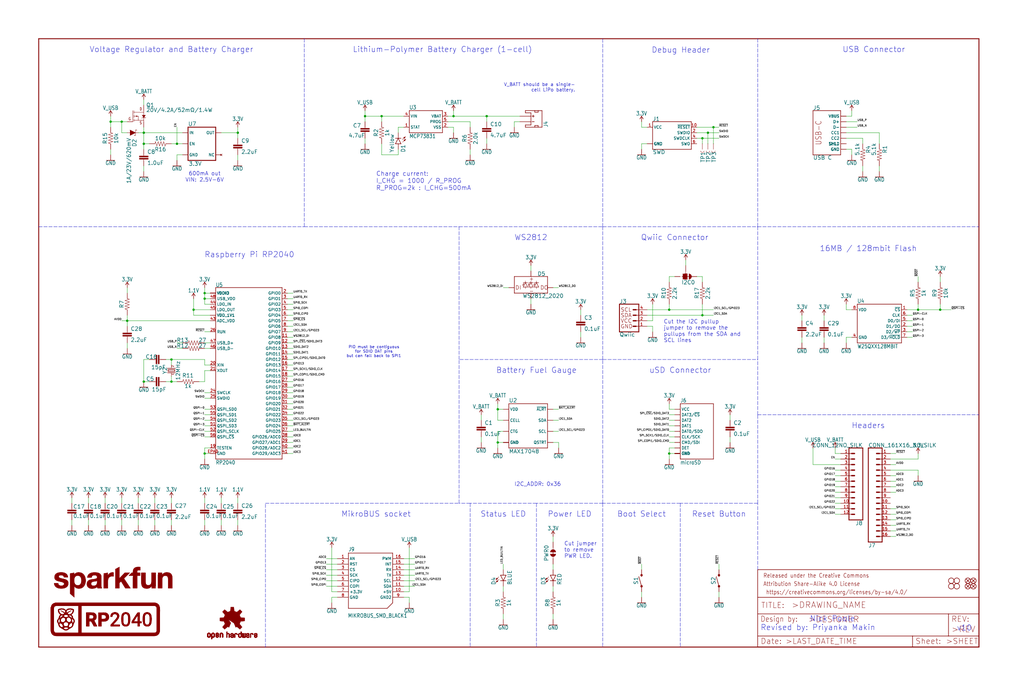
<source format=kicad_sch>
(kicad_sch (version 20211123) (generator eeschema)
  (paper "User" 470.306 317.906)
  (lib_symbols
    (symbol "eagleSchem-eagle-import:0.1UF-0402T-6.3V-10%-X7R"
      (property "Reference" "C" (at 1.524 2.921 0))
      (property "Value" "0.1UF-0402T-6.3V-10%-X7R" (at 1.524 -2.159 0))
      (symbol "0.1UF-0402T-6.3V-10%-X7R_1_0"
        (pin passive line (at 0 5.08 270) (length 2.54) (name "1") (number "1"))
        (pin passive line (at 0 -2.54 90) (length 2.54) (name "2") (number "2"))
      )
    )
    (symbol "eagleSchem-eagle-import:1.0UF-0402T-16V-10%"
      (property "Reference" "C" (at 1.524 2.921 0))
      (property "Value" "1.0UF-0402T-16V-10%" (at 1.524 -2.159 0))
      (symbol "1.0UF-0402T-16V-10%_1_0"
        (pin passive line (at 0 5.08 270) (length 2.54) (name "1") (number "1"))
        (pin passive line (at 0 -2.54 90) (length 2.54) (name "2") (number "2"))
      )
    )
    (symbol "eagleSchem-eagle-import:1.1V" (power)
      (property "Value" "1.1V" (at 0 2.794 0))
      (symbol "1.1V_1_0"
        (pin power_in line (at 0 0 90) (length 2.54) (name "1.1V") (number "1"))
      )
    )
    (symbol "eagleSchem-eagle-import:10KOHM-0402T-1{slash}16W-1%"
      (property "Reference" "R" (at 0 1.524 0))
      (property "Value" "10KOHM-0402T-1{slash}16W-1%" (at 0 -1.524 0))
      (symbol "10KOHM-0402T-1{slash}16W-1%_1_0"
        (pin passive line (at -5.08 0 0) (length 2.54) (name "1") (number "1"))
        (pin passive line (at 5.08 0 180) (length 2.54) (name "2") (number "2"))
      )
    )
    (symbol "eagleSchem-eagle-import:15PF-0402T-50V-5%"
      (property "Reference" "C" (at 1.524 2.921 0))
      (property "Value" "15PF-0402T-50V-5%" (at 1.524 -2.159 0))
      (symbol "15PF-0402T-50V-5%_1_0"
        (pin passive line (at 0 5.08 270) (length 2.54) (name "1") (number "1"))
        (pin passive line (at 0 -2.54 90) (length 2.54) (name "2") (number "2"))
      )
    )
    (symbol "eagleSchem-eagle-import:1KOHM-0402T-1{slash}16W-1%"
      (property "Reference" "R" (at 0 1.524 0))
      (property "Value" "1KOHM-0402T-1{slash}16W-1%" (at 0 -1.524 0))
      (symbol "1KOHM-0402T-1{slash}16W-1%_1_0"
        (pin passive line (at -5.08 0 0) (length 2.54) (name "1") (number "1"))
        (pin passive line (at 5.08 0 180) (length 2.54) (name "2") (number "2"))
      )
    )
    (symbol "eagleSchem-eagle-import:2.0KOHM-0603-1{slash}10W-5%"
      (property "Reference" "R" (at 0 1.524 0))
      (property "Value" "2.0KOHM-0603-1{slash}10W-5%" (at 0 -1.524 0))
      (symbol "2.0KOHM-0603-1{slash}10W-5%_1_0"
        (pin passive line (at -5.08 0 0) (length 2.54) (name "1") (number "1"))
        (pin passive line (at 5.08 0 180) (length 2.54) (name "2") (number "2"))
      )
    )
    (symbol "eagleSchem-eagle-import:2.2KOHM-0402T-1{slash}16W-1%"
      (property "Reference" "R" (at 0 1.524 0))
      (property "Value" "2.2KOHM-0402T-1{slash}16W-1%" (at 0 -1.524 0))
      (symbol "2.2KOHM-0402T-1{slash}16W-1%_1_0"
        (pin passive line (at -5.08 0 0) (length 2.54) (name "1") (number "1"))
        (pin passive line (at 5.08 0 180) (length 2.54) (name "2") (number "2"))
      )
    )
    (symbol "eagleSchem-eagle-import:2.2UF-0402_TIGHT-10V-10%-X5R"
      (property "Reference" "C" (at 1.524 2.921 0))
      (property "Value" "2.2UF-0402_TIGHT-10V-10%-X5R" (at 1.524 -2.159 0))
      (symbol "2.2UF-0402_TIGHT-10V-10%-X5R_1_0"
        (pin passive line (at 0 5.08 270) (length 2.54) (name "1") (number "1"))
        (pin passive line (at 0 -2.54 90) (length 2.54) (name "2") (number "2"))
      )
    )
    (symbol "eagleSchem-eagle-import:200OHM-0402T-1{slash}16W-1%"
      (property "Reference" "R" (at 0 1.524 0))
      (property "Value" "200OHM-0402T-1{slash}16W-1%" (at 0 -1.524 0))
      (symbol "200OHM-0402T-1{slash}16W-1%_1_0"
        (pin passive line (at -5.08 0 0) (length 2.54) (name "1") (number "1"))
        (pin passive line (at 5.08 0 180) (length 2.54) (name "2") (number "2"))
      )
    )
    (symbol "eagleSchem-eagle-import:27OHM"
      (property "Reference" "R" (at 0 1.524 0))
      (property "Value" "27OHM" (at 0 -1.524 0))
      (symbol "27OHM_1_0"
        (pin passive line (at -5.08 0 0) (length 2.54) (name "1") (number "1"))
        (pin passive line (at 5.08 0 180) (length 2.54) (name "2") (number "2"))
      )
    )
    (symbol "eagleSchem-eagle-import:3.3V" (power)
      (property "Value" "3.3V" (at 0 2.794 0))
      (symbol "3.3V_1_0"
        (pin power_in line (at 0 0 90) (length 2.54) (name "3.3V") (number "1"))
      )
    )
    (symbol "eagleSchem-eagle-import:4.7UF-0402_TIGHT-6.3V-20%-X5R"
      (property "Reference" "C" (at 1.524 2.921 0))
      (property "Value" "4.7UF-0402_TIGHT-6.3V-20%-X5R" (at 1.524 -2.159 0))
      (symbol "4.7UF-0402_TIGHT-6.3V-20%-X5R_1_0"
        (pin passive line (at 0 5.08 270) (length 2.54) (name "1") (number "1"))
        (pin passive line (at 0 -2.54 90) (length 2.54) (name "2") (number "2"))
      )
    )
    (symbol "eagleSchem-eagle-import:5.1KOHM-0402T-1{slash}16W-1%"
      (property "Reference" "R" (at 0 1.524 0))
      (property "Value" "5.1KOHM-0402T-1{slash}16W-1%" (at 0 -1.524 0))
      (symbol "5.1KOHM-0402T-1{slash}16W-1%_1_0"
        (pin passive line (at -5.08 0 0) (length 2.54) (name "1") (number "1"))
        (pin passive line (at 5.08 0 180) (length 2.54) (name "2") (number "2"))
      )
    )
    (symbol "eagleSchem-eagle-import:CONN_12NO_SILK"
      (property "Reference" "J" (at 0 15.748 0))
      (property "Value" "CONN_12NO_SILK" (at 0 -20.066 0))
      (symbol "CONN_12NO_SILK_1_0"
        (pin passive line (at 10.16 -15.24 180) (length 5.08) (name "1") (number "1"))
        (pin passive line (at 10.16 7.62 180) (length 5.08) (name "10") (number "10"))
        (pin passive line (at 10.16 10.16 180) (length 5.08) (name "11") (number "11"))
        (pin passive line (at 10.16 12.7 180) (length 5.08) (name "12") (number "12"))
        (pin passive line (at 10.16 -12.7 180) (length 5.08) (name "2") (number "2"))
        (pin passive line (at 10.16 -10.16 180) (length 5.08) (name "3") (number "3"))
        (pin passive line (at 10.16 -7.62 180) (length 5.08) (name "4") (number "4"))
        (pin passive line (at 10.16 -5.08 180) (length 5.08) (name "5") (number "5"))
        (pin passive line (at 10.16 -2.54 180) (length 5.08) (name "6") (number "6"))
        (pin passive line (at 10.16 0 180) (length 5.08) (name "7") (number "7"))
        (pin passive line (at 10.16 2.54 180) (length 5.08) (name "8") (number "8"))
        (pin passive line (at 10.16 5.08 180) (length 5.08) (name "9") (number "9"))
      )
    )
    (symbol "eagleSchem-eagle-import:CONN_161X16_NO_SILK"
      (property "Reference" "J" (at 0 20.828 0))
      (property "Value" "CONN_161X16_NO_SILK" (at 0 -25.146 0))
      (symbol "CONN_161X16_NO_SILK_1_0"
        (pin passive line (at 10.16 -20.32 180) (length 5.08) (name "1") (number "1"))
        (pin passive line (at 10.16 2.54 180) (length 5.08) (name "10") (number "10"))
        (pin passive line (at 10.16 5.08 180) (length 5.08) (name "11") (number "11"))
        (pin passive line (at 10.16 7.62 180) (length 5.08) (name "12") (number "12"))
        (pin passive line (at 10.16 10.16 180) (length 5.08) (name "13") (number "13"))
        (pin passive line (at 10.16 12.7 180) (length 5.08) (name "14") (number "14"))
        (pin passive line (at 10.16 15.24 180) (length 5.08) (name "15") (number "15"))
        (pin passive line (at 10.16 17.78 180) (length 5.08) (name "16") (number "16"))
        (pin passive line (at 10.16 -17.78 180) (length 5.08) (name "2") (number "2"))
        (pin passive line (at 10.16 -15.24 180) (length 5.08) (name "3") (number "3"))
        (pin passive line (at 10.16 -12.7 180) (length 5.08) (name "4") (number "4"))
        (pin passive line (at 10.16 -10.16 180) (length 5.08) (name "5") (number "5"))
        (pin passive line (at 10.16 -7.62 180) (length 5.08) (name "6") (number "6"))
        (pin passive line (at 10.16 -5.08 180) (length 5.08) (name "7") (number "7"))
        (pin passive line (at 10.16 -2.54 180) (length 5.08) (name "8") (number "8"))
        (pin passive line (at 10.16 0 180) (length 5.08) (name "9") (number "9"))
      )
    )
    (symbol "eagleSchem-eagle-import:CORTEX_JTAG_DEBUG_MINIMUM_PTH"
      (property "Reference" "J" (at -10.16 7.874 0))
      (property "Value" "CORTEX_JTAG_DEBUG_MINIMUM_PTH" (at -10.16 -7.366 0))
      (symbol "CORTEX_JTAG_DEBUG_MINIMUM_PTH_1_0"
        (pin bidirectional line (at -12.7 5.08 0) (length 2.54) (name "VCC") (number "1"))
        (pin bidirectional line (at 10.16 5.08 180) (length 2.54) (name "~{RESET}") (number "10"))
        (pin bidirectional line (at 10.16 2.54 180) (length 2.54) (name "SWDIO") (number "2"))
        (pin bidirectional line (at -12.7 -2.54 0) (length 2.54) (name "GND") (number "3"))
        (pin bidirectional line (at 10.16 0 180) (length 2.54) (name "SWDCLK") (number "4"))
        (pin bidirectional line (at -12.7 -2.54 0) (length 2.54) (name "GND") (number "5"))
        (pin bidirectional line (at 10.16 -2.54 180) (length 2.54) (name "SWO") (number "6"))
        (pin bidirectional line (at -12.7 -2.54 0) (length 2.54) (name "GND") (number "9"))
      )
    )
    (symbol "eagleSchem-eagle-import:CRYSTAL-12MHZ"
      (property "Reference" "Y" (at 0 2.032 0))
      (property "Value" "CRYSTAL-12MHZ" (at 0 -2.032 0))
      (symbol "CRYSTAL-12MHZ_1_0"
        (text "1" (at -2.159 -1.143 0) (effects (font (size 0.8636 0.734)) (justify left bottom)))
        (text "2" (at 1.524 -1.143 0) (effects (font (size 0.8636 0.734)) (justify left bottom)))
        (pin passive line (at -2.54 0 0) (length 0) (name "1") (number "P1"))
        (pin passive line (at 2.54 0 180) (length 0) (name "2") (number "P3"))
      )
    )
    (symbol "eagleSchem-eagle-import:DIODE-SCHOTTKY-BAT20J"
      (property "Reference" "D" (at -2.54 2.032 0))
      (property "Value" "DIODE-SCHOTTKY-BAT20J" (at -2.54 -2.032 0))
      (symbol "DIODE-SCHOTTKY-BAT20J_1_0"
        (pin passive line (at -2.54 0 0) (length 0) (name "A") (number "A"))
        (pin passive line (at 2.54 0 180) (length 0) (name "C") (number "C"))
      )
    )
    (symbol "eagleSchem-eagle-import:FIDUCIALUFIDUCIAL")
    (symbol "eagleSchem-eagle-import:FRAME-LEDGER"
      (symbol "FRAME-LEDGER_2_0"
        (text " https://creativecommons.org/licenses/by-sa/4.0/" (at 2.54 24.13 0) (effects (font (size 1.9304 1.6408)) (justify left bottom)))
        (text ">DESIGNER" (at 23.114 11.176 0) (effects (font (size 2.7432 2.7432)) (justify left bottom)))
        (text ">DRAWING_NAME" (at 15.494 17.78 0) (effects (font (size 2.7432 2.7432)) (justify left bottom)))
        (text ">LAST_DATE_TIME" (at 12.7 1.27 0) (effects (font (size 2.54 2.54)) (justify left bottom)))
        (text ">REV" (at 88.9 6.604 0) (effects (font (size 2.7432 2.7432)) (justify left bottom)))
        (text ">SHEET" (at 86.36 1.27 0) (effects (font (size 2.54 2.54)) (justify left bottom)))
        (text "Attribution Share-Alike 4.0 License" (at 2.54 27.94 0) (effects (font (size 1.9304 1.6408)) (justify left bottom)))
        (text "Date:" (at 1.27 1.27 0) (effects (font (size 2.54 2.54)) (justify left bottom)))
        (text "Design by:" (at 1.27 11.43 0) (effects (font (size 2.54 2.159)) (justify left bottom)))
        (text "Released under the Creative Commons" (at 2.54 31.75 0) (effects (font (size 1.9304 1.6408)) (justify left bottom)))
        (text "REV:" (at 88.9 11.43 0) (effects (font (size 2.54 2.54)) (justify left bottom)))
        (text "Sheet:" (at 72.39 1.27 0) (effects (font (size 2.54 2.54)) (justify left bottom)))
        (text "TITLE:" (at 1.524 17.78 0) (effects (font (size 2.54 2.54)) (justify left bottom)))
      )
    )
    (symbol "eagleSchem-eagle-import:GND" (power)
      (property "Value" "GND" (at 0 -0.254 0))
      (symbol "GND_1_0"
        (pin power_in line (at 0 2.54 270) (length 2.54) (name "GND") (number "1"))
      )
    )
    (symbol "eagleSchem-eagle-import:JST_2MM_MALE"
      (property "Reference" "J" (at -2.54 5.842 0))
      (symbol "JST_2MM_MALE_1_0"
        (pin bidirectional line (at 0 -5.08 90) (length 5.08) (name "-") (number "1"))
        (pin bidirectional line (at 2.54 -5.08 90) (length 5.08) (name "+") (number "2"))
        (pin bidirectional line (at -2.54 2.54 90) (length 0) (name "PAD1") (number "NC1"))
        (pin bidirectional line (at 5.08 2.54 90) (length 0) (name "PAD2") (number "NC2"))
      )
    )
    (symbol "eagleSchem-eagle-import:JUMPER-SMT_2_NC_TRACE_SILK"
      (property "Reference" "JP" (at 0 3.048 0))
      (property "Value" "JUMPER-SMT_2_NC_TRACE_SILK" (at 0 -3.048 0))
      (symbol "JUMPER-SMT_2_NC_TRACE_SILK_1_0"
        (pin passive line (at -5.08 0 0) (length 2.54) (name "1") (number "1"))
        (pin passive line (at 5.08 0 180) (length 2.54) (name "2") (number "2"))
      )
    )
    (symbol "eagleSchem-eagle-import:JUMPER-SMT_3_2-NC_TRACE_SILK"
      (property "Reference" "JP" (at 2.54 0.381 0))
      (property "Value" "JUMPER-SMT_3_2-NC_TRACE_SILK" (at 2.54 -0.381 0))
      (symbol "JUMPER-SMT_3_2-NC_TRACE_SILK_1_0"
        (pin passive line (at 0 5.08 270) (length 2.54) (name "1") (number "1"))
        (pin passive line (at -5.08 0 0) (length 2.54) (name "2") (number "2"))
        (pin passive line (at 0 -5.08 90) (length 2.54) (name "3") (number "3"))
      )
    )
    (symbol "eagleSchem-eagle-import:LED-BLUE0603"
      (property "Reference" "D" (at -3.429 -4.572 90))
      (property "Value" "LED-BLUE0603" (at 1.905 -4.572 90))
      (symbol "LED-BLUE0603_1_0"
        (pin passive line (at 0 2.54 270) (length 2.54) (name "A") (number "A"))
        (pin passive line (at 0 -5.08 90) (length 2.54) (name "C") (number "C"))
      )
    )
    (symbol "eagleSchem-eagle-import:LED-RED0603"
      (property "Reference" "D" (at -3.429 -4.572 90))
      (property "Value" "LED-RED0603" (at 1.905 -4.572 90))
      (symbol "LED-RED0603_1_0"
        (pin passive line (at 0 2.54 270) (length 2.54) (name "A") (number "A"))
        (pin passive line (at 0 -5.08 90) (length 2.54) (name "C") (number "C"))
      )
    )
    (symbol "eagleSchem-eagle-import:LED-YELLOW0603"
      (property "Reference" "D" (at -3.429 -4.572 90))
      (property "Value" "LED-YELLOW0603" (at 1.905 -4.572 90))
      (symbol "LED-YELLOW0603_1_0"
        (pin passive line (at 0 2.54 270) (length 2.54) (name "A") (number "A"))
        (pin passive line (at 0 -5.08 90) (length 2.54) (name "C") (number "C"))
      )
    )
    (symbol "eagleSchem-eagle-import:MAX17048DFN8"
      (property "Reference" "U" (at -10.16 10.668 0))
      (property "Value" "MAX17048DFN8" (at -10.16 -12.7 0))
      (symbol "MAX17048DFN8_1_0"
        (pin input line (at -12.7 -2.54 0) (length 2.54) (name "CTG") (number "1"))
        (pin input line (at -12.7 2.54 0) (length 2.54) (name "CELL") (number "2"))
        (pin bidirectional line (at -12.7 7.62 0) (length 2.54) (name "VDD") (number "3"))
        (pin bidirectional line (at -12.7 -7.62 0) (length 2.54) (name "GND") (number "4"))
        (pin bidirectional line (at 10.16 7.62 180) (length 2.54) (name "~{ALRT}") (number "5"))
        (pin bidirectional line (at 10.16 -7.62 180) (length 2.54) (name "QSTRT") (number "6"))
        (pin output line (at 10.16 -2.54 180) (length 2.54) (name "SCL") (number "7"))
        (pin input line (at 10.16 2.54 180) (length 2.54) (name "SDA") (number "8"))
        (pin bidirectional line (at -12.7 -7.62 0) (length 2.54) (name "GND") (number "9"))
      )
    )
    (symbol "eagleSchem-eagle-import:MCP73831"
      (property "Reference" "U" (at -7.62 5.588 0))
      (property "Value" "MCP73831" (at -7.62 -7.62 0))
      (symbol "MCP73831_1_0"
        (pin output line (at -10.16 -2.54 0) (length 2.54) (name "STAT") (number "1"))
        (pin power_in line (at 10.16 -2.54 180) (length 2.54) (name "VSS") (number "2"))
        (pin power_in line (at 10.16 2.54 180) (length 2.54) (name "VBAT") (number "3"))
        (pin power_in line (at -10.16 2.54 0) (length 2.54) (name "VIN") (number "4"))
        (pin input line (at 10.16 0 180) (length 2.54) (name "PROG") (number "5"))
      )
    )
    (symbol "eagleSchem-eagle-import:MICRO-SD-PUSH-PUSH-EXT-PIN"
      (property "Reference" "J" (at -5.08 13.208 0))
      (property "Value" "MICRO-SD-PUSH-PUSH-EXT-PIN" (at -5.08 -15.24 0))
      (symbol "MICRO-SD-PUSH-PUSH-EXT-PIN_1_0"
        (pin bidirectional line (at -7.62 5.08 0) (length 2.54) (name "DAT2") (number "1"))
        (pin bidirectional line (at -7.62 -10.16 0) (length 2.54) (name "GND") (number "10"))
        (pin bidirectional line (at -7.62 -10.16 0) (length 2.54) (name "GND") (number "11"))
        (pin bidirectional line (at -7.62 -10.16 0) (length 2.54) (name "GND") (number "12"))
        (pin bidirectional line (at -7.62 -10.16 0) (length 2.54) (name "GND") (number "13"))
        (pin bidirectional line (at -7.62 7.62 0) (length 2.54) (name "DAT3/~{CS}") (number "2"))
        (pin bidirectional line (at -7.62 -5.08 0) (length 2.54) (name "CMD/SDI") (number "3"))
        (pin bidirectional line (at -7.62 10.16 0) (length 2.54) (name "VCC") (number "4"))
        (pin bidirectional line (at -7.62 -2.54 0) (length 2.54) (name "CLK/SCK") (number "5"))
        (pin bidirectional line (at -7.62 -10.16 0) (length 2.54) (name "GND") (number "6"))
        (pin bidirectional line (at -7.62 0 0) (length 2.54) (name "DAT0/SDO") (number "7"))
        (pin bidirectional line (at -7.62 2.54 0) (length 2.54) (name "DAT1") (number "8"))
        (pin bidirectional line (at -7.62 -7.62 0) (length 2.54) (name "DET") (number "9"))
      )
    )
    (symbol "eagleSchem-eagle-import:MIKROBUS_SMD_BLACK1"
      (property "Reference" "J" (at -10.16 13.462 0))
      (property "Value" "MIKROBUS_SMD_BLACK1" (at -10.16 -15.24 0))
      (symbol "MIKROBUS_SMD_BLACK1_1_0"
        (pin bidirectional line (at -15.24 10.16 0) (length 5.08) (name "AN") (number "1"))
        (pin bidirectional line (at 15.24 -5.08 180) (length 5.08) (name "+5V") (number "10"))
        (pin bidirectional line (at 15.24 -2.54 180) (length 5.08) (name "SDA") (number "11"))
        (pin bidirectional line (at 15.24 0 180) (length 5.08) (name "SCL") (number "12"))
        (pin bidirectional line (at 15.24 2.54 180) (length 5.08) (name "TX") (number "13"))
        (pin bidirectional line (at 15.24 5.08 180) (length 5.08) (name "RX") (number "14"))
        (pin bidirectional line (at 15.24 7.62 180) (length 5.08) (name "INT") (number "15"))
        (pin bidirectional line (at 15.24 10.16 180) (length 5.08) (name "PWM") (number "16"))
        (pin bidirectional line (at -15.24 7.62 0) (length 5.08) (name "RST") (number "2"))
        (pin bidirectional line (at -15.24 5.08 0) (length 5.08) (name "CS") (number "3"))
        (pin bidirectional line (at -15.24 2.54 0) (length 5.08) (name "SCK") (number "4"))
        (pin bidirectional line (at -15.24 0 0) (length 5.08) (name "CIPO") (number "5"))
        (pin bidirectional line (at -15.24 -2.54 0) (length 5.08) (name "COPI") (number "6"))
        (pin bidirectional line (at -15.24 -5.08 0) (length 5.08) (name "+3.3V") (number "7"))
        (pin bidirectional line (at -15.24 -7.62 0) (length 5.08) (name "GND") (number "8"))
        (pin bidirectional line (at 15.24 -7.62 180) (length 5.08) (name "GND2") (number "9"))
      )
    )
    (symbol "eagleSchem-eagle-import:MOMENTARY-SWITCH-SPST-SMD-5.2MM-TALL"
      (property "Reference" "S" (at 0 1.524 0))
      (property "Value" "MOMENTARY-SWITCH-SPST-SMD-5.2MM-TALL" (at 0 -0.508 0))
      (symbol "MOMENTARY-SWITCH-SPST-SMD-5.2MM-TALL_1_0"
        (pin passive line (at -5.08 0 0) (length 2.54) (name "1") (number "1"))
        (pin passive line (at 5.08 0 180) (length 2.54) (name "2") (number "3"))
      )
    )
    (symbol "eagleSchem-eagle-import:MOSFET_PCH-DMG2305UX-7"
      (property "Reference" "Q" (at 5.08 0 0))
      (property "Value" "MOSFET_PCH-DMG2305UX-7" (at 5.08 -2.54 0))
      (symbol "MOSFET_PCH-DMG2305UX-7_1_0"
        (text "D" (at 0.508 2.54 0) (effects (font (size 1.27 1.0795)) (justify left bottom)))
        (text "G" (at -3.302 -0.508 0) (effects (font (size 1.27 1.0795)) (justify right top)))
        (text "S" (at 0.508 -3.81 0) (effects (font (size 1.27 1.0795)) (justify left bottom)))
        (pin bidirectional line (at -5.08 -2.54 0) (length 2.54) (name "G") (number "1"))
        (pin bidirectional line (at 2.54 -5.08 90) (length 2.54) (name "S") (number "2"))
        (pin bidirectional line (at 2.54 5.08 270) (length 2.54) (name "D") (number "3"))
      )
    )
    (symbol "eagleSchem-eagle-import:OSHW-LOGOS")
    (symbol "eagleSchem-eagle-import:QWIIC_CONNECTORJS-1MM"
      (property "Reference" "J" (at -5.08 7.874 0))
      (property "Value" "QWIIC_CONNECTORJS-1MM" (at -5.08 -5.334 0))
      (symbol "QWIIC_CONNECTORJS-1MM_1_0"
        (text "GND" (at -4.572 -2.54 0) (effects (font (size 1.778 1.778)) (justify left)))
        (text "SCL" (at -4.572 5.08 0) (effects (font (size 1.778 1.778)) (justify left)))
        (text "SDA" (at -4.572 2.54 0) (effects (font (size 1.778 1.778)) (justify left)))
        (text "VCC" (at -4.572 0 0) (effects (font (size 1.778 1.778)) (justify left)))
        (pin power_in line (at 7.62 -2.54 180) (length 5.08) (name "1") (number "1"))
        (pin power_in line (at 7.62 0 180) (length 5.08) (name "2") (number "2"))
        (pin passive line (at 7.62 2.54 180) (length 5.08) (name "3") (number "3"))
        (pin passive line (at 7.62 5.08 180) (length 5.08) (name "4") (number "4"))
      )
    )
    (symbol "eagleSchem-eagle-import:RASPI_RP2040_LOGO_10MM")
    (symbol "eagleSchem-eagle-import:RP2040"
      (property "Reference" "U" (at -15.24 38.354 0))
      (property "Value" "RP2040" (at -15.24 -43.18 0))
      (symbol "RP2040_1_0"
        (pin bidirectional line (at -17.78 35.56 0) (length 2.54) (name "VDDIO") (number "1"))
        (pin bidirectional line (at -17.78 35.56 0) (length 2.54) (name "VDDIO") (number "10"))
        (pin bidirectional line (at 17.78 15.24 180) (length 2.54) (name "GPIO8") (number "11"))
        (pin bidirectional line (at 17.78 12.7 180) (length 2.54) (name "GPIO9") (number "12"))
        (pin bidirectional line (at 17.78 10.16 180) (length 2.54) (name "GPIO10") (number "13"))
        (pin bidirectional line (at 17.78 7.62 180) (length 2.54) (name "GPIO11") (number "14"))
        (pin bidirectional line (at 17.78 5.08 180) (length 2.54) (name "GPIO12") (number "15"))
        (pin bidirectional line (at 17.78 2.54 180) (length 2.54) (name "GPIO13") (number "16"))
        (pin bidirectional line (at 17.78 0 180) (length 2.54) (name "GPIO14") (number "17"))
        (pin bidirectional line (at 17.78 -2.54 180) (length 2.54) (name "GPIO15") (number "18"))
        (pin bidirectional line (at -17.78 -35.56 0) (length 2.54) (name "TESTEN") (number "19"))
        (pin bidirectional line (at 17.78 35.56 180) (length 2.54) (name "GPIO0") (number "2"))
        (pin bidirectional line (at -17.78 2.54 0) (length 2.54) (name "XIN") (number "20"))
        (pin bidirectional line (at -17.78 0 0) (length 2.54) (name "XOUT") (number "21"))
        (pin bidirectional line (at -17.78 35.56 0) (length 2.54) (name "VDDIO") (number "22"))
        (pin bidirectional line (at -17.78 25.4 0) (length 2.54) (name "VDD_1V1") (number "23"))
        (pin bidirectional line (at -17.78 -10.16 0) (length 2.54) (name "SWCLK") (number "24"))
        (pin bidirectional line (at -17.78 -12.7 0) (length 2.54) (name "SWDIO") (number "25"))
        (pin bidirectional line (at -17.78 17.78 0) (length 2.54) (name "RUN") (number "26"))
        (pin bidirectional line (at 17.78 -5.08 180) (length 2.54) (name "GPIO16") (number "27"))
        (pin bidirectional line (at 17.78 -7.62 180) (length 2.54) (name "GPIO17") (number "28"))
        (pin bidirectional line (at 17.78 -10.16 180) (length 2.54) (name "GPIO18") (number "29"))
        (pin bidirectional line (at 17.78 33.02 180) (length 2.54) (name "GPIO1") (number "3"))
        (pin bidirectional line (at 17.78 -12.7 180) (length 2.54) (name "GPIO19") (number "30"))
        (pin bidirectional line (at 17.78 -15.24 180) (length 2.54) (name "GPIO20") (number "31"))
        (pin bidirectional line (at 17.78 -17.78 180) (length 2.54) (name "GPIO21") (number "32"))
        (pin bidirectional line (at -17.78 35.56 0) (length 2.54) (name "VDDIO") (number "33"))
        (pin bidirectional line (at 17.78 -20.32 180) (length 2.54) (name "GPIO22") (number "34"))
        (pin bidirectional line (at 17.78 -22.86 180) (length 2.54) (name "GPIO23") (number "35"))
        (pin bidirectional line (at 17.78 -25.4 180) (length 2.54) (name "GPIO24") (number "36"))
        (pin bidirectional line (at 17.78 -27.94 180) (length 2.54) (name "GPIO25") (number "37"))
        (pin bidirectional line (at 17.78 -30.48 180) (length 2.54) (name "GPIO26/ADC0") (number "38"))
        (pin bidirectional line (at 17.78 -33.02 180) (length 2.54) (name "GPIO27/ADC1") (number "39"))
        (pin bidirectional line (at 17.78 30.48 180) (length 2.54) (name "GPIO2") (number "4"))
        (pin bidirectional line (at 17.78 -35.56 180) (length 2.54) (name "GPIO28/ADC2") (number "40"))
        (pin bidirectional line (at 17.78 -38.1 180) (length 2.54) (name "GPIO29/ADC3") (number "41"))
        (pin bidirectional line (at -17.78 35.56 0) (length 2.54) (name "VDDIO") (number "42"))
        (pin bidirectional line (at -17.78 22.86 0) (length 2.54) (name "ADC_VDD") (number "43"))
        (pin bidirectional line (at -17.78 30.48 0) (length 2.54) (name "LDO_IN") (number "44"))
        (pin bidirectional line (at -17.78 27.94 0) (length 2.54) (name "LDO_OUT") (number "45"))
        (pin bidirectional line (at -17.78 10.16 0) (length 2.54) (name "USB_D-") (number "46"))
        (pin bidirectional line (at -17.78 12.7 0) (length 2.54) (name "USB_D+") (number "47"))
        (pin bidirectional line (at -17.78 33.02 0) (length 2.54) (name "USB_VDD") (number "48"))
        (pin bidirectional line (at -17.78 35.56 0) (length 2.54) (name "VDDIO") (number "49"))
        (pin bidirectional line (at 17.78 27.94 180) (length 2.54) (name "GPIO3") (number "5"))
        (pin bidirectional line (at -17.78 25.4 0) (length 2.54) (name "VDD_1V1") (number "50"))
        (pin bidirectional line (at -17.78 -25.4 0) (length 2.54) (name "QSPI_SD3") (number "51"))
        (pin bidirectional line (at -17.78 -27.94 0) (length 2.54) (name "QSPI_SCLK") (number "52"))
        (pin bidirectional line (at -17.78 -17.78 0) (length 2.54) (name "QSPI_SD0") (number "53"))
        (pin bidirectional line (at -17.78 -22.86 0) (length 2.54) (name "QSPI_SD2") (number "54"))
        (pin bidirectional line (at -17.78 -20.32 0) (length 2.54) (name "QSPI_SD1") (number "55"))
        (pin bidirectional line (at -17.78 -30.48 0) (length 2.54) (name "QSPI_~{CS}") (number "56"))
        (pin bidirectional line (at 17.78 25.4 180) (length 2.54) (name "GPIO4") (number "6"))
        (pin bidirectional line (at 17.78 22.86 180) (length 2.54) (name "GPIO5") (number "7"))
        (pin bidirectional line (at 17.78 20.32 180) (length 2.54) (name "GPIO6") (number "8"))
        (pin bidirectional line (at 17.78 17.78 180) (length 2.54) (name "GPIO7") (number "9"))
        (pin bidirectional line (at -17.78 -38.1 0) (length 2.54) (name "GND") (number "EPAD"))
      )
    )
    (symbol "eagleSchem-eagle-import:SFE_LOGO_NAME.1_INCH")
    (symbol "eagleSchem-eagle-import:STAND-OFF")
    (symbol "eagleSchem-eagle-import:TEST-POINT3X4"
      (property "Reference" "TP" (at -2.54 2.54 0))
      (property "Value" "TEST-POINT3X4" (at -2.54 -2.54 0))
      (symbol "TEST-POINT3X4_1_0"
        (pin bidirectional line (at 0 0 180) (length 0) (name "1") (number "1"))
      )
    )
    (symbol "eagleSchem-eagle-import:USB_C_4-LAYER-ISOLATED"
      (property "Reference" "J" (at -2.54 10.414 0))
      (property "Value" "USB_C_4-LAYER-ISOLATED" (at -2.54 -12.446 0))
      (symbol "USB_C_4-LAYER-ISOLATED_1_0"
        (text "USB-C" (at 0 0 900) (effects (font (size 2.54 2.159))))
        (pin bidirectional line (at 12.7 0 180) (length 2.54) (name "CC1") (number "A5"))
        (pin bidirectional line (at 12.7 5.08 180) (length 2.54) (name "D+") (number "A6"))
        (pin bidirectional line (at 12.7 2.54 180) (length 2.54) (name "D-") (number "A7"))
        (pin bidirectional line (at 12.7 -2.54 180) (length 2.54) (name "CC2") (number "B5"))
        (pin bidirectional line (at 12.7 5.08 180) (length 2.54) (name "D+") (number "B6"))
        (pin bidirectional line (at 12.7 2.54 180) (length 2.54) (name "D-") (number "B7"))
        (pin bidirectional line (at 12.7 -7.62 180) (length 2.54) (name "GND") (number "GND"))
        (pin bidirectional line (at 12.7 -7.62 180) (length 2.54) (name "GND") (number "GND2"))
        (pin bidirectional line (at 12.7 -5.08 180) (length 2.54) (name "SHLD") (number "SHLD1"))
        (pin bidirectional line (at 12.7 -5.08 180) (length 2.54) (name "SHLD") (number "SHLD2"))
        (pin bidirectional line (at 12.7 -5.08 180) (length 2.54) (name "SHLD") (number "SHLD3"))
        (pin bidirectional line (at 12.7 -5.08 180) (length 2.54) (name "SHLD") (number "SHLD4"))
        (pin bidirectional line (at 12.7 -5.08 180) (length 2.54) (name "SHLD") (number "SHLD5"))
        (pin bidirectional line (at 12.7 -5.08 180) (length 2.54) (name "SHLD") (number "SHLD6"))
        (pin bidirectional line (at 12.7 -5.08 180) (length 2.54) (name "SHLD") (number "SHLD7"))
        (pin bidirectional line (at 12.7 -5.08 180) (length 2.54) (name "SHLD") (number "SHLD8"))
        (pin bidirectional line (at 12.7 7.62 180) (length 2.54) (name "VBUS") (number "VBUS1"))
        (pin bidirectional line (at 12.7 7.62 180) (length 2.54) (name "VBUS") (number "VBUS2"))
      )
    )
    (symbol "eagleSchem-eagle-import:V_BATT" (power)
      (property "Value" "V_BATT" (at 0 2.794 0))
      (symbol "V_BATT_1_0"
        (pin power_in line (at 0 0 90) (length 2.54) (name "V_BATT") (number "1"))
      )
    )
    (symbol "eagleSchem-eagle-import:V_REG_AP2112K-3.3V"
      (property "Reference" "U" (at -7.62 7.874 0))
      (property "Value" "V_REG_AP2112K-3.3V" (at -7.62 -7.874 0))
      (symbol "V_REG_AP2112K-3.3V_1_0"
        (pin input line (at -10.16 5.08 0) (length 2.54) (name "IN") (number "1"))
        (pin input line (at -10.16 -5.08 0) (length 2.54) (name "GND") (number "2"))
        (pin input line (at -10.16 0 0) (length 2.54) (name "EN") (number "3"))
        (pin no_connect line (at 7.62 -5.08 180) (length 2.54) (name "NC") (number "4"))
        (pin passive line (at 7.62 5.08 180) (length 2.54) (name "OUT") (number "5"))
      )
    )
    (symbol "eagleSchem-eagle-import:V_USB" (power)
      (property "Value" "V_USB" (at 0 2.794 0))
      (symbol "V_USB_1_0"
        (pin power_in line (at 0 0 90) (length 2.54) (name "V_USB") (number "1"))
      )
    )
    (symbol "eagleSchem-eagle-import:W25QXX128MBIT-6X5-SKINNY_CENTER"
      (property "Reference" "U" (at -10.16 8.128 0))
      (property "Value" "W25QXX128MBIT-6X5-SKINNY_CENTER" (at -10.16 -12.7 0))
      (symbol "W25QXX128MBIT-6X5-SKINNY_CENTER_1_0"
        (pin bidirectional line (at 12.7 5.08 180) (length 2.54) (name "~{CS}") (number "1"))
        (pin bidirectional line (at 12.7 -2.54 180) (length 2.54) (name "D1/DO") (number "2"))
        (pin bidirectional line (at 12.7 -5.08 180) (length 2.54) (name "D2/~{WP}") (number "3"))
        (pin bidirectional line (at -12.7 -7.62 0) (length 2.54) (name "GND") (number "4"))
        (pin bidirectional line (at 12.7 0 180) (length 2.54) (name "D0/DI") (number "5"))
        (pin bidirectional line (at 12.7 2.54 180) (length 2.54) (name "CLK") (number "6"))
        (pin bidirectional line (at 12.7 -7.62 180) (length 2.54) (name "D3/~{HOLD}") (number "7"))
        (pin bidirectional line (at -12.7 5.08 0) (length 2.54) (name "VDD") (number "8"))
      )
    )
    (symbol "eagleSchem-eagle-import:WS2812_2020"
      (property "Reference" "D" (at 4.826 5.334 0))
      (property "Value" "WS2812_2020" (at 5.588 -4.826 0))
      (symbol "WS2812_2020_1_0"
        (text "+" (at 0.254 4.064 0) (effects (font (size 1.778 1.778))))
        (text "-" (at 0.254 -1.524 0) (effects (font (size 1.778 1.778))))
        (text "DI" (at -5.842 0 0) (effects (font (size 1.778 1.778))))
        (text "DO" (at 6.096 0 0) (effects (font (size 1.778 1.778))))
        (pin bidirectional line (at -10.16 0 0) (length 2.54) (name "DI") (number "DI"))
        (pin bidirectional line (at 10.16 0 180) (length 2.54) (name "DO") (number "DO"))
        (pin bidirectional line (at 0 -5.08 90) (length 2.54) (name "GND") (number "GND"))
        (pin bidirectional line (at 0 7.62 270) (length 2.54) (name "VCC") (number "VCC"))
      )
    )
  )
  (junction (at 93.98 208.28))
  (junction (at 327.66 58.42))
  (junction (at 66.04 60.96))
  (junction (at 109.22 60.96))
  (junction (at 88.9 142.24))
  (junction (at 81.28 66.04))
  (junction (at 58.42 147.32))
  (junction (at 307.34 142.24))
  (junction (at 228.6 187.96))
  (junction (at 325.12 60.96))
  (junction (at 208.28 53.34))
  (junction (at 322.58 144.78))
  (junction (at 66.04 175.26))
  (junction (at 50.8 55.88))
  (junction (at 78.74 165.1))
  (junction (at 322.58 63.5))
  (junction (at 223.52 53.34))
  (junction (at 66.04 66.04))
  (junction (at 431.8 142.24))
  (junction (at 421.64 142.24))
  (junction (at 307.34 208.28))
  (junction (at 175.26 53.34))
  (junction (at 93.98 134.62))
  (junction (at 167.64 53.34))
  (junction (at 228.6 203.2))
  (junction (at 93.98 137.16))
  (junction (at 78.74 175.26))
  (junction (at 55.88 55.88))
  (wire (pts (xy 71.12 238.76) (xy 71.12 241.3)))
  (polyline (pts (xy 210.82 231.14) (xy 210.82 165.1)))
  (polyline (pts (xy 210.82 104.14) (xy 276.86 104.14)))
  (wire (pts (xy 307.34 139.7) (xy 307.34 142.24)))
  (polyline (pts (xy 347.98 231.14) (xy 347.98 190.5)))
  (wire (pts (xy 391.16 68.58) (xy 391.16 71.12)))
  (wire (pts (xy 233.68 132.08) (xy 231.14 132.08)))
  (wire (pts (xy 403.86 60.96) (xy 403.86 66.04)))
  (wire (pts (xy 325.12 66.04) (xy 325.12 60.96)))
  (wire (pts (xy 254 269.24) (xy 254 271.78)))
  (wire (pts (xy 297.18 58.42) (xy 294.64 58.42)))
  (wire (pts (xy 228.6 187.96) (xy 228.6 185.42)))
  (polyline (pts (xy 210.82 165.1) (xy 210.82 104.14)))
  (polyline (pts (xy 215.9 231.14) (xy 210.82 231.14)))
  (wire (pts (xy 109.22 73.66) (xy 109.22 71.12)))
  (polyline (pts (xy 121.92 297.18) (xy 121.92 231.14)))
  (wire (pts (xy 416.56 149.86) (xy 419.1 149.86)))
  (wire (pts (xy 132.08 175.26) (xy 134.62 175.26)))
  (wire (pts (xy 307.34 205.74) (xy 307.34 208.28)))
  (polyline (pts (xy 276.86 165.1) (xy 210.82 165.1)))
  (wire (pts (xy 205.74 55.88) (xy 215.9 55.88)))
  (wire (pts (xy 309.88 195.58) (xy 307.34 195.58)))
  (wire (pts (xy 408.94 208.28) (xy 411.48 208.28)))
  (wire (pts (xy 109.22 60.96) (xy 109.22 58.42)))
  (wire (pts (xy 182.88 71.12) (xy 175.26 71.12)))
  (polyline (pts (xy 276.86 104.14) (xy 276.86 17.78)))
  (wire (pts (xy 58.42 147.32) (xy 58.42 144.78)))
  (wire (pts (xy 330.2 271.78) (xy 330.2 274.32)))
  (wire (pts (xy 320.04 60.96) (xy 325.12 60.96)))
  (wire (pts (xy 388.62 53.34) (xy 391.16 53.34)))
  (polyline (pts (xy 347.98 190.5) (xy 449.58 190.5)))
  (wire (pts (xy 383.54 208.28) (xy 383.54 205.74)))
  (wire (pts (xy 320.04 63.5) (xy 322.58 63.5)))
  (polyline (pts (xy 312.42 231.14) (xy 276.86 231.14)))
  (polyline (pts (xy 276.86 231.14) (xy 276.86 297.18)))
  (wire (pts (xy 416.56 144.78) (xy 419.1 144.78)))
  (wire (pts (xy 208.28 53.34) (xy 205.74 53.34)))
  (polyline (pts (xy 276.86 104.14) (xy 347.98 104.14)))
  (wire (pts (xy 78.74 228.6) (xy 78.74 231.14)))
  (wire (pts (xy 386.08 223.52) (xy 383.54 223.52)))
  (wire (pts (xy 132.08 137.16) (xy 134.62 137.16)))
  (wire (pts (xy 154.94 259.08) (xy 149.86 259.08)))
  (wire (pts (xy 307.34 129.54) (xy 307.34 127)))
  (polyline (pts (xy 246.38 231.14) (xy 246.38 297.18)))
  (wire (pts (xy 378.46 144.78) (xy 378.46 147.32)))
  (wire (pts (xy 223.52 53.34) (xy 238.76 53.34)))
  (wire (pts (xy 132.08 144.78) (xy 134.62 144.78)))
  (wire (pts (xy 309.88 187.96) (xy 307.34 187.96)))
  (wire (pts (xy 408.94 226.06) (xy 411.48 226.06)))
  (wire (pts (xy 40.64 238.76) (xy 40.64 241.3)))
  (wire (pts (xy 299.72 147.32) (xy 299.72 139.7)))
  (wire (pts (xy 185.42 256.54) (xy 190.5 256.54)))
  (wire (pts (xy 231.14 281.94) (xy 231.14 284.48)))
  (wire (pts (xy 309.88 205.74) (xy 307.34 205.74)))
  (wire (pts (xy 96.52 208.28) (xy 93.98 208.28)))
  (wire (pts (xy 416.56 147.32) (xy 419.1 147.32)))
  (wire (pts (xy 297.18 144.78) (xy 322.58 144.78)))
  (wire (pts (xy 81.28 71.12) (xy 81.28 73.66)))
  (polyline (pts (xy 276.86 231.14) (xy 276.86 165.1)))
  (polyline (pts (xy 215.9 231.14) (xy 215.9 297.18)))
  (polyline (pts (xy 347.98 17.78) (xy 347.98 104.14)))
  (polyline (pts (xy 276.86 231.14) (xy 246.38 231.14)))
  (wire (pts (xy 96.52 205.74) (xy 93.98 205.74)))
  (wire (pts (xy 58.42 160.02) (xy 58.42 157.48)))
  (wire (pts (xy 256.54 132.08) (xy 254 132.08)))
  (wire (pts (xy 386.08 233.68) (xy 383.54 233.68)))
  (wire (pts (xy 40.64 228.6) (xy 40.64 231.14)))
  (wire (pts (xy 66.04 66.04) (xy 66.04 68.58)))
  (wire (pts (xy 228.6 198.12) (xy 228.6 203.2)))
  (wire (pts (xy 96.52 139.7) (xy 93.98 139.7)))
  (wire (pts (xy 231.14 187.96) (xy 228.6 187.96)))
  (wire (pts (xy 220.98 200.66) (xy 220.98 203.2)))
  (wire (pts (xy 403.86 78.74) (xy 403.86 76.2)))
  (wire (pts (xy 132.08 182.88) (xy 134.62 182.88)))
  (wire (pts (xy 223.52 66.04) (xy 223.52 63.5)))
  (wire (pts (xy 322.58 127) (xy 322.58 129.54)))
  (wire (pts (xy 335.28 190.5) (xy 335.28 193.04)))
  (wire (pts (xy 220.98 190.5) (xy 220.98 193.04)))
  (wire (pts (xy 386.08 220.98) (xy 383.54 220.98)))
  (wire (pts (xy 185.42 271.78) (xy 187.96 271.78)))
  (wire (pts (xy 421.64 139.7) (xy 421.64 142.24)))
  (wire (pts (xy 391.16 142.24) (xy 388.62 142.24)))
  (wire (pts (xy 63.5 238.76) (xy 63.5 241.3)))
  (wire (pts (xy 335.28 200.66) (xy 335.28 203.2)))
  (wire (pts (xy 96.52 167.64) (xy 93.98 167.64)))
  (wire (pts (xy 68.58 175.26) (xy 66.04 175.26)))
  (wire (pts (xy 254 193.04) (xy 256.54 193.04)))
  (wire (pts (xy 388.62 154.94) (xy 388.62 157.48)))
  (wire (pts (xy 408.94 223.52) (xy 411.48 223.52)))
  (wire (pts (xy 132.08 167.64) (xy 134.62 167.64)))
  (polyline (pts (xy 347.98 231.14) (xy 312.42 231.14)))
  (wire (pts (xy 408.94 241.3) (xy 411.48 241.3)))
  (wire (pts (xy 50.8 53.34) (xy 50.8 55.88)))
  (wire (pts (xy 299.72 149.86) (xy 299.72 152.4)))
  (wire (pts (xy 386.08 231.14) (xy 383.54 231.14)))
  (wire (pts (xy 322.58 63.5) (xy 330.2 63.5)))
  (wire (pts (xy 327.66 66.04) (xy 327.66 58.42)))
  (wire (pts (xy 132.08 149.86) (xy 134.62 149.86)))
  (wire (pts (xy 254 187.96) (xy 256.54 187.96)))
  (wire (pts (xy 386.08 218.44) (xy 383.54 218.44)))
  (wire (pts (xy 388.62 63.5) (xy 396.24 63.5)))
  (wire (pts (xy 416.56 142.24) (xy 421.64 142.24)))
  (wire (pts (xy 81.28 175.26) (xy 78.74 175.26)))
  (wire (pts (xy 83.82 157.48) (xy 81.28 157.48)))
  (wire (pts (xy 66.04 58.42) (xy 66.04 60.96)))
  (wire (pts (xy 152.4 271.78) (xy 152.4 251.46)))
  (wire (pts (xy 132.08 147.32) (xy 134.62 147.32)))
  (wire (pts (xy 408.94 233.68) (xy 411.48 233.68)))
  (wire (pts (xy 421.64 210.82) (xy 421.64 208.28)))
  (wire (pts (xy 205.74 58.42) (xy 208.28 58.42)))
  (wire (pts (xy 88.9 144.78) (xy 88.9 142.24)))
  (wire (pts (xy 393.7 55.88) (xy 388.62 55.88)))
  (wire (pts (xy 388.62 142.24) (xy 388.62 139.7)))
  (wire (pts (xy 96.52 142.24) (xy 88.9 142.24)))
  (wire (pts (xy 238.76 55.88) (xy 236.22 55.88)))
  (wire (pts (xy 396.24 63.5) (xy 396.24 66.04)))
  (wire (pts (xy 58.42 147.32) (xy 55.88 147.32)))
  (polyline (pts (xy 246.38 231.14) (xy 215.9 231.14)))
  (wire (pts (xy 314.96 121.92) (xy 314.96 119.38)))
  (wire (pts (xy 309.88 193.04) (xy 307.34 193.04)))
  (polyline (pts (xy 347.98 104.14) (xy 449.58 104.14)))
  (wire (pts (xy 33.02 228.6) (xy 33.02 231.14)))
  (wire (pts (xy 96.52 147.32) (xy 58.42 147.32)))
  (wire (pts (xy 66.04 165.1) (xy 66.04 175.26)))
  (wire (pts (xy 109.22 60.96) (xy 109.22 63.5)))
  (wire (pts (xy 322.58 139.7) (xy 322.58 144.78)))
  (wire (pts (xy 167.64 53.34) (xy 167.64 50.8)))
  (wire (pts (xy 96.52 152.4) (xy 93.98 152.4)))
  (wire (pts (xy 132.08 205.74) (xy 134.62 205.74)))
  (wire (pts (xy 132.08 157.48) (xy 134.62 157.48)))
  (wire (pts (xy 408.94 218.44) (xy 411.48 218.44)))
  (polyline (pts (xy 312.42 231.14) (xy 312.42 297.18)))
  (wire (pts (xy 243.84 137.16) (xy 243.84 139.7)))
  (wire (pts (xy 58.42 55.88) (xy 55.88 55.88)))
  (wire (pts (xy 83.82 66.04) (xy 81.28 66.04)))
  (wire (pts (xy 185.42 53.34) (xy 175.26 53.34)))
  (wire (pts (xy 228.6 193.04) (xy 228.6 187.96)))
  (wire (pts (xy 388.62 60.96) (xy 403.86 60.96)))
  (wire (pts (xy 96.52 182.88) (xy 93.98 182.88)))
  (wire (pts (xy 231.14 261.62) (xy 231.14 259.08)))
  (wire (pts (xy 175.26 71.12) (xy 175.26 66.04)))
  (polyline (pts (xy 139.7 17.78) (xy 139.7 104.14)))
  (wire (pts (xy 83.82 160.02) (xy 81.28 160.02)))
  (wire (pts (xy 421.64 142.24) (xy 431.8 142.24)))
  (wire (pts (xy 96.52 180.34) (xy 93.98 180.34)))
  (wire (pts (xy 154.94 269.24) (xy 149.86 269.24)))
  (polyline (pts (xy 17.78 104.14) (xy 139.7 104.14)))
  (wire (pts (xy 109.22 241.3) (xy 109.22 238.76)))
  (wire (pts (xy 132.08 139.7) (xy 134.62 139.7)))
  (polyline (pts (xy 139.7 104.14) (xy 210.82 104.14)))
  (wire (pts (xy 175.26 53.34) (xy 167.64 53.34)))
  (wire (pts (xy 231.14 193.04) (xy 228.6 193.04)))
  (wire (pts (xy 320.04 127) (xy 322.58 127)))
  (wire (pts (xy 294.64 66.04) (xy 294.64 68.58)))
  (wire (pts (xy 55.88 228.6) (xy 55.88 231.14)))
  (wire (pts (xy 386.08 208.28) (xy 383.54 208.28)))
  (wire (pts (xy 391.16 154.94) (xy 388.62 154.94)))
  (wire (pts (xy 132.08 170.18) (xy 134.62 170.18)))
  (polyline (pts (xy 121.92 231.14) (xy 210.82 231.14)))
  (wire (pts (xy 208.28 58.42) (xy 208.28 60.96)))
  (wire (pts (xy 154.94 261.62) (xy 149.86 261.62)))
  (wire (pts (xy 81.28 58.42) (xy 81.28 66.04)))
  (wire (pts (xy 78.74 165.1) (xy 76.2 165.1)))
  (wire (pts (xy 307.34 142.24) (xy 327.66 142.24)))
  (wire (pts (xy 96.52 144.78) (xy 88.9 144.78)))
  (wire (pts (xy 93.98 139.7) (xy 93.98 137.16)))
  (wire (pts (xy 132.08 187.96) (xy 134.62 187.96)))
  (wire (pts (xy 408.94 238.76) (xy 411.48 238.76)))
  (wire (pts (xy 185.42 269.24) (xy 190.5 269.24)))
  (wire (pts (xy 132.08 198.12) (xy 134.62 198.12)))
  (wire (pts (xy 266.7 152.4) (xy 266.7 154.94)))
  (wire (pts (xy 408.94 243.84) (xy 411.48 243.84)))
  (wire (pts (xy 416.56 154.94) (xy 419.1 154.94)))
  (wire (pts (xy 132.08 165.1) (xy 134.62 165.1)))
  (wire (pts (xy 266.7 142.24) (xy 266.7 144.78)))
  (wire (pts (xy 132.08 160.02) (xy 134.62 160.02)))
  (wire (pts (xy 215.9 68.58) (xy 215.9 71.12)))
  (polyline (pts (xy 276.86 165.1) (xy 276.86 104.14)))
  (wire (pts (xy 96.52 195.58) (xy 93.98 195.58)))
  (wire (pts (xy 66.04 76.2) (xy 66.04 78.74)))
  (wire (pts (xy 132.08 203.2) (xy 134.62 203.2)))
  (wire (pts (xy 50.8 58.42) (xy 50.8 55.88)))
  (wire (pts (xy 294.64 261.62) (xy 294.64 259.08)))
  (wire (pts (xy 101.6 228.6) (xy 101.6 231.14)))
  (wire (pts (xy 109.22 228.6) (xy 109.22 231.14)))
  (wire (pts (xy 93.98 208.28) (xy 93.98 210.82)))
  (wire (pts (xy 132.08 134.62) (xy 134.62 134.62)))
  (wire (pts (xy 368.3 157.48) (xy 368.3 154.94)))
  (wire (pts (xy 167.64 53.34) (xy 167.64 55.88)))
  (wire (pts (xy 78.74 172.72) (xy 78.74 175.26)))
  (wire (pts (xy 327.66 58.42) (xy 330.2 58.42)))
  (wire (pts (xy 83.82 60.96) (xy 66.04 60.96)))
  (wire (pts (xy 254 248.92) (xy 254 246.38)))
  (wire (pts (xy 78.74 241.3) (xy 78.74 238.76)))
  (wire (pts (xy 396.24 78.74) (xy 396.24 76.2)))
  (wire (pts (xy 93.98 134.62) (xy 93.98 137.16)))
  (wire (pts (xy 431.8 129.54) (xy 431.8 127)))
  (wire (pts (xy 373.38 213.36) (xy 386.08 213.36)))
  (wire (pts (xy 297.18 147.32) (xy 299.72 147.32)))
  (wire (pts (xy 96.52 200.66) (xy 93.98 200.66)))
  (wire (pts (xy 132.08 154.94) (xy 134.62 154.94)))
  (wire (pts (xy 294.64 58.42) (xy 294.64 55.88)))
  (wire (pts (xy 408.94 210.82) (xy 421.64 210.82)))
  (wire (pts (xy 55.88 60.96) (xy 58.42 60.96)))
  (wire (pts (xy 132.08 172.72) (xy 134.62 172.72)))
  (wire (pts (xy 386.08 210.82) (xy 383.54 210.82)))
  (wire (pts (xy 185.42 264.16) (xy 190.5 264.16)))
  (wire (pts (xy 185.42 274.32) (xy 187.96 274.32)))
  (wire (pts (xy 132.08 200.66) (xy 134.62 200.66)))
  (wire (pts (xy 307.34 127) (xy 309.88 127)))
  (wire (pts (xy 93.98 170.18) (xy 93.98 175.26)))
  (wire (pts (xy 55.88 55.88) (xy 55.88 60.96)))
  (wire (pts (xy 93.98 205.74) (xy 93.98 208.28)))
  (wire (pts (xy 185.42 261.62) (xy 190.5 261.62)))
  (wire (pts (xy 132.08 193.04) (xy 134.62 193.04)))
  (wire (pts (xy 83.82 71.12) (xy 81.28 71.12)))
  (wire (pts (xy 182.88 58.42) (xy 185.42 58.42)))
  (wire (pts (xy 132.08 177.8) (xy 134.62 177.8)))
  (wire (pts (xy 322.58 66.04) (xy 322.58 63.5)))
  (wire (pts (xy 88.9 142.24) (xy 88.9 137.16)))
  (wire (pts (xy 93.98 238.76) (xy 93.98 241.3)))
  (wire (pts (xy 48.26 238.76) (xy 48.26 241.3)))
  (wire (pts (xy 132.08 185.42) (xy 134.62 185.42)))
  (wire (pts (xy 93.98 228.6) (xy 93.98 231.14)))
  (wire (pts (xy 373.38 205.74) (xy 373.38 213.36)))
  (wire (pts (xy 96.52 170.18) (xy 93.98 170.18)))
  (wire (pts (xy 93.98 160.02) (xy 96.52 160.02)))
  (wire (pts (xy 254 203.2) (xy 256.54 203.2)))
  (wire (pts (xy 231.14 198.12) (xy 228.6 198.12)))
  (wire (pts (xy 256.54 203.2) (xy 256.54 205.74)))
  (wire (pts (xy 96.52 198.12) (xy 93.98 198.12)))
  (wire (pts (xy 167.64 66.04) (xy 167.64 63.5)))
  (wire (pts (xy 254 261.62) (xy 254 259.08)))
  (wire (pts (xy 307.34 208.28) (xy 307.34 210.82)))
  (wire (pts (xy 68.58 66.04) (xy 66.04 66.04)))
  (wire (pts (xy 132.08 180.34) (xy 134.62 180.34)))
  (wire (pts (xy 50.8 71.12) (xy 50.8 68.58)))
  (wire (pts (xy 101.6 238.76) (xy 101.6 241.3)))
  (wire (pts (xy 187.96 271.78) (xy 187.96 251.46)))
  (wire (pts (xy 208.28 50.8) (xy 208.28 53.34)))
  (wire (pts (xy 215.9 58.42) (xy 215.9 55.88)))
  (wire (pts (xy 93.98 175.26) (xy 91.44 175.26)))
  (wire (pts (xy 421.64 215.9) (xy 421.64 218.44)))
  (wire (pts (xy 297.18 66.04) (xy 294.64 66.04)))
  (wire (pts (xy 378.46 157.48) (xy 378.46 154.94)))
  (wire (pts (xy 187.96 274.32) (xy 187.96 276.86)))
  (wire (pts (xy 309.88 198.12) (xy 307.34 198.12)))
  (wire (pts (xy 66.04 66.04) (xy 66.04 60.96)))
  (wire (pts (xy 391.16 68.58) (xy 388.62 68.58)))
  (wire (pts (xy 231.14 269.24) (xy 231.14 271.78)))
  (wire (pts (xy 408.94 236.22) (xy 411.48 236.22)))
  (wire (pts (xy 228.6 203.2) (xy 228.6 205.74)))
  (wire (pts (xy 297.18 142.24) (xy 307.34 142.24)))
  (wire (pts (xy 101.6 60.96) (xy 109.22 60.96)))
  (wire (pts (xy 175.26 55.88) (xy 175.26 53.34)))
  (wire (pts (xy 421.64 129.54) (xy 421.64 127)))
  (wire (pts (xy 71.12 228.6) (xy 71.12 231.14)))
  (wire (pts (xy 368.3 144.78) (xy 368.3 147.32)))
  (wire (pts (xy 33.02 238.76) (xy 33.02 241.3)))
  (wire (pts (xy 154.94 264.16) (xy 149.86 264.16)))
  (wire (pts (xy 431.8 142.24) (xy 436.88 142.24)))
  (polyline (pts (xy 347.98 165.1) (xy 347.98 104.14)))
  (wire (pts (xy 408.94 213.36) (xy 411.48 213.36)))
  (wire (pts (xy 132.08 142.24) (xy 134.62 142.24)))
  (wire (pts (xy 408.94 215.9) (xy 421.64 215.9)))
  (wire (pts (xy 416.56 152.4) (xy 419.1 152.4)))
  (wire (pts (xy 236.22 55.88) (xy 236.22 58.42)))
  (wire (pts (xy 294.64 271.78) (xy 294.64 274.32)))
  (wire (pts (xy 93.98 167.64) (xy 93.98 165.1)))
  (wire (pts (xy 58.42 147.32) (xy 58.42 149.86)))
  (wire (pts (xy 297.18 149.86) (xy 299.72 149.86)))
  (polyline (pts (xy 347.98 261.62) (xy 347.98 231.14)))
  (wire (pts (xy 68.58 165.1) (xy 66.04 165.1)))
  (wire (pts (xy 93.98 134.62) (xy 93.98 132.08)))
  (wire (pts (xy 254 281.94) (xy 254 284.48)))
  (wire (pts (xy 320.04 58.42) (xy 327.66 58.42)))
  (wire (pts (xy 66.04 45.72) (xy 66.04 48.26)))
  (wire (pts (xy 78.74 175.26) (xy 76.2 175.26)))
  (wire (pts (xy 185.42 266.7) (xy 190.5 266.7)))
  (wire (pts (xy 58.42 132.08) (xy 58.42 134.62)))
  (wire (pts (xy 309.88 208.28) (xy 307.34 208.28)))
  (wire (pts (xy 154.94 271.78) (xy 152.4 271.78)))
  (wire (pts (xy 182.88 58.42) (xy 182.88 60.96)))
  (wire (pts (xy 55.88 55.88) (xy 50.8 55.88)))
  (wire (pts (xy 132.08 190.5) (xy 134.62 190.5)))
  (wire (pts (xy 55.88 238.76) (xy 55.88 241.3)))
  (wire (pts (xy 132.08 162.56) (xy 134.62 162.56)))
  (wire (pts (xy 330.2 261.62) (xy 330.2 259.08)))
  (wire (pts (xy 309.88 200.66) (xy 307.34 200.66)))
  (wire (pts (xy 243.84 124.46) (xy 243.84 121.92)))
  (polyline (pts (xy 276.86 165.1) (xy 347.98 165.1)))
  (wire (pts (xy 408.94 220.98) (xy 411.48 220.98)))
  (wire (pts (xy 408.94 246.38) (xy 411.48 246.38)))
  (wire (pts (xy 63.5 228.6) (xy 63.5 231.14)))
  (wire (pts (xy 223.52 53.34) (xy 208.28 53.34)))
  (wire (pts (xy 431.8 139.7) (xy 431.8 142.24)))
  (wire (pts (xy 154.94 256.54) (xy 149.86 256.54)))
  (wire (pts (xy 391.16 53.34) (xy 391.16 50.8)))
  (wire (pts (xy 81.28 66.04) (xy 78.74 66.04)))
  (wire (pts (xy 223.52 55.88) (xy 223.52 53.34)))
  (wire (pts (xy 322.58 144.78) (xy 327.66 144.78)))
  (wire (pts (xy 386.08 236.22) (xy 383.54 236.22)))
  (wire (pts (xy 182.88 68.58) (xy 182.88 71.12)))
  (wire (pts (xy 152.4 274.32) (xy 152.4 276.86)))
  (wire (pts (xy 96.52 134.62) (xy 93.98 134.62)))
  (wire (pts (xy 307.34 187.96) (xy 307.34 185.42)))
  (wire (pts (xy 132.08 208.28) (xy 134.62 208.28)))
  (wire (pts (xy 96.52 187.96) (xy 93.98 187.96)))
  (polyline (pts (xy 347.98 190.5) (xy 347.98 165.1)))
  (wire (pts (xy 386.08 226.06) (xy 383.54 226.06)))
  (wire (pts (xy 48.26 228.6) (xy 48.26 231.14)))
  (wire (pts (xy 231.14 203.2) (xy 228.6 203.2)))
  (wire (pts (xy 132.08 152.4) (xy 134.62 152.4)))
  (wire (pts (xy 63.5 60.96) (xy 66.04 60.96)))
  (wire (pts (xy 309.88 203.2) (xy 307.34 203.2)))
  (wire (pts (xy 78.74 167.64) (xy 78.74 165.1)))
  (wire (pts (xy 154.94 274.32) (xy 152.4 274.32)))
  (wire (pts (xy 93.98 165.1) (xy 78.74 165.1)))
  (wire (pts (xy 96.52 137.16) (xy 93.98 137.16)))
  (wire (pts (xy 132.08 195.58) (xy 134.62 195.58)))
  (wire (pts (xy 96.52 190.5) (xy 93.98 190.5)))
  (wire (pts (xy 254 198.12) (xy 256.54 198.12)))
  (wire (pts (xy 386.08 215.9) (xy 383.54 215.9)))
  (wire (pts (xy 96.52 157.48) (xy 93.98 157.48)))
  (wire (pts (xy 96.52 193.04) (xy 93.98 193.04)))
  (wire (pts (xy 185.42 259.08) (xy 190.5 259.08)))
  (wire (pts (xy 386.08 228.6) (xy 383.54 228.6)))
  (wire (pts (xy 325.12 60.96) (xy 330.2 60.96)))
  (wire (pts (xy 309.88 190.5) (xy 307.34 190.5)))
  (wire (pts (xy 393.7 58.42) (xy 388.62 58.42)))
  (wire (pts (xy 154.94 266.7) (xy 149.86 266.7)))
  (text "Qwiic Connector" (at 309.88 109.22 180) (effects (font (size 2.54 2.54))))
  (text "Headers" (at 398.78 195.58 180) (effects (font (size 2.54 2.54))))
  (text "Cut jumper\nto remove\nPWR LED." (at 259.08 256.54 180) (effects (font (size 1.778 1.778)) (justify left bottom)))
  (text "V_BATT should be a single-\ncell LiPo battery." (at 264.16 38.1 180) (effects (font (size 1.524 1.524)) (justify right top)))
  (text "Nick Poole" (at 371.856 285.75 180) (effects (font (size 2.54 2.54)) (justify left bottom)))
  (text "USB Connector" (at 401.32 22.86 180) (effects (font (size 2.54 2.54))))
  (text "WS2812" (at 243.84 109.22 180) (effects (font (size 2.54 2.54))))
  (text "Revised by: Priyanka Makin" (at 349.25 289.814 180) (effects (font (size 2.54 2.54)) (justify left bottom)))
  (text "16MB / 128mbit Flash" (at 398.78 114.3 180) (effects (font (size 2.54 2.54))))
  (text "v10" (at 439.42 287.02 180) (effects (font (size 2.54 2.54)) (justify left top)))
  (text "Lithium-Polymer Battery Charger (1-cell)" (at 203.2 22.86 180) (effects (font (size 2.54 2.54))))
  (text "Charge current:\nI_CHG = 1000 / R_PROG\nR_PROG=2k : I_CHG=500mA" (at 172.72 78.74 0) (effects (font (size 2.032 2.032)) (justify left top)))
  (text "Raspberry Pi RP2040" (at 114.554 117.094 180) (effects (font (size 2.54 2.54))))
  (text "Battery Fuel Gauge" (at 246.38 170.18 180) (effects (font (size 2.54 2.54))))
  (text "Status LED" (at 231.14 236.22 180) (effects (font (size 2.54 2.54))))
  (text "PIO must be contiguous\nfor SDIO DAT pins\nbut can fall back to SPI1" (at 171.704 161.544 0) (effects (font (size 1.27 1.27))))
  (text "Reset Button" (at 330.2 236.22 180) (effects (font (size 2.54 2.54))))
  (text "Power LED" (at 261.62 236.22 180) (effects (font (size 2.54 2.54))))
  (text "600mA out\nVIN: 2.5V-6V" (at 93.98 81.28 180) (effects (font (size 1.778 1.778))))
  (text "Boot Select" (at 294.64 236.22 180) (effects (font (size 2.54 2.54))))
  (text "MikroBUS socket" (at 172.72 236.22 180) (effects (font (size 2.54 2.54))))
  (text "Debug Header" (at 312.674 23.114 180) (effects (font (size 2.54 2.54))))
  (text "I2C_ADDR: 0x36" (at 236.22 223.52 180) (effects (font (size 1.778 1.778)) (justify left bottom)))
  (text "uSD Connector" (at 312.42 170.18 180) (effects (font (size 2.54 2.54))))
  (text "Cut the I2C pullup\njumper to remove the\npullups from the SDA and\nSCL lines" (at 304.8 157.48 0) (effects (font (size 1.778 1.778)) (justify left bottom)))
  (text "Voltage Regulator and Battery Charger" (at 78.74 22.86 180) (effects (font (size 2.54 2.54))))
  (label "SPI_COPI1/SDIO_CMD" (at 307.34 203.2 180) (effects (font (size 0.889 0.889))))
  (label "AVDD" (at 55.88 147.32 180) (effects (font (size 0.889 0.889))))
  (label "GPIO21" (at 383.54 228.6 180) (effects (font (size 0.889 0.889))))
  (label "AVDD" (at 411.48 213.36 0) (effects (font (size 0.889 0.889))))
  (label "SDIO_DAT2" (at 307.34 193.04 180) (effects (font (size 0.889 0.889))))
  (label "GPIO13" (at 149.86 259.08 180) (effects (font (size 0.889 0.889))))
  (label "GPIO17" (at 383.54 218.44 180) (effects (font (size 0.889 0.889))))
  (label "SPI_SCK1/SDIO_CLK" (at 134.62 170.18 0) (effects (font (size 0.889 0.889))))
  (label "SPI0_CIPO" (at 149.86 266.7 180) (effects (font (size 0.889 0.889))))
  (label "GPIO16" (at 383.54 215.9 180) (effects (font (size 0.889 0.889))))
  (label "QSPI-1" (at 419.1 149.86 0) (effects (font (size 0.889 0.889))))
  (label "~{SPI0_CS}" (at 149.86 261.62 180) (effects (font (size 0.889 0.889))))
  (label "UART0_TX" (at 190.5 264.16 0) (effects (font (size 0.889 0.889))))
  (label "~{BATT_ALERT}" (at 256.54 187.96 0) (effects (font (size 0.889 0.889))))
  (label "SPI0_SCK" (at 134.62 139.7 0) (effects (font (size 0.889 0.889))))
  (label "ADC2" (at 134.62 205.74 0) (effects (font (size 0.889 0.889))))
  (label "USB_P" (at 393.7 55.88 0) (effects (font (size 0.889 0.889))))
  (label "SPI_~{CS1}/SDIO_DAT3" (at 134.62 157.48 0) (effects (font (size 0.889 0.889))))
  (label "SWDCK" (at 93.98 180.34 180) (effects (font (size 0.889 0.889))))
  (label "I2C1_SCL/GPIO23" (at 190.5 266.7 0) (effects (font (size 0.889 0.889))))
  (label "QSPI-0" (at 419.1 147.32 0) (effects (font (size 0.889 0.889))))
  (label "GPIO19" (at 134.62 182.88 0) (effects (font (size 0.889 0.889))))
  (label "SPI0_SCK" (at 411.48 233.68 0) (effects (font (size 0.889 0.889))))
  (label "ADC0" (at 411.48 218.44 0) (effects (font (size 0.889 0.889))))
  (label "UART0_TX" (at 411.48 243.84 0) (effects (font (size 0.889 0.889))))
  (label "SPI0_SCK" (at 149.86 264.16 180) (effects (font (size 0.889 0.889))))
  (label "SPI0_COPI" (at 411.48 236.22 0) (effects (font (size 0.889 0.889))))
  (label "ADC2" (at 411.48 223.52 0) (effects (font (size 0.889 0.889))))
  (label "GPIO20" (at 134.62 185.42 0) (effects (font (size 0.889 0.889))))
  (label "QSPI-CLK" (at 93.98 198.12 180) (effects (font (size 0.889 0.889))))
  (label "GPIO18" (at 383.54 220.98 180) (effects (font (size 0.889 0.889))))
  (label "QSPI-3" (at 93.98 195.58 180) (effects (font (size 0.889 0.889))))
  (label "GPIO13" (at 134.62 167.64 0) (effects (font (size 0.889 0.889))))
  (label "ADC1" (at 134.62 203.2 0) (effects (font (size 0.889 0.889))))
  (label "QSPI-3" (at 419.1 154.94 0) (effects (font (size 0.889 0.889))))
  (label "I2C1_SDA" (at 256.54 193.04 0) (effects (font (size 0.889 0.889))))
  (label "GPIO20" (at 383.54 226.06 180) (effects (font (size 0.889 0.889))))
  (label "EN" (at 383.54 210.82 180) (effects (font (size 0.889 0.889))))
  (label "USB_N" (at 393.7 58.42 0) (effects (font (size 0.889 0.889))))
  (label "~{BOOT}" (at 421.64 127 90) (effects (font (size 0.889 0.889))))
  (label "USB_N" (at 81.28 160.02 180) (effects (font (size 0.889 0.889))))
  (label "SPI0_COPI" (at 149.86 269.24 180) (effects (font (size 0.889 0.889))))
  (label "SWDCK" (at 330.2 63.5 0) (effects (font (size 0.889 0.889))))
  (label "SWDIO" (at 330.2 60.96 0) (effects (font (size 0.889 0.889))))
  (label "GPIO16" (at 190.5 256.54 0) (effects (font (size 0.889 0.889))))
  (label "~{SPI0_CS}" (at 134.62 147.32 0) (effects (font (size 0.889 0.889))))
  (label "UART0_RX" (at 134.62 137.16 0) (effects (font (size 0.889 0.889))))
  (label "QSPI-2" (at 93.98 193.04 180) (effects (font (size 0.889 0.889))))
  (label "SDIO_DAT1" (at 307.34 195.58 180) (effects (font (size 0.889 0.889))))
  (label "SPI0_CIPO" (at 411.48 238.76 0) (effects (font (size 0.889 0.889))))
  (label "~{RESET}" (at 330.2 259.08 90) (effects (font (size 0.889 0.889))))
  (label "UART0_RX" (at 411.48 241.3 0) (effects (font (size 0.889 0.889))))
  (label "SPI_CIPO1/SDIO_DAT0" (at 134.62 165.1 0) (effects (font (size 0.889 0.889))))
  (label "ADC0" (at 149.86 256.54 180) (effects (font (size 0.889 0.889))))
  (label "USB_P" (at 81.28 157.48 180) (effects (font (size 0.889 0.889))))
  (label "SDIO_DAT1" (at 134.62 162.56 0) (effects (font (size 0.889 0.889))))
  (label "I2C1_SDA" (at 327.66 144.78 0) (effects (font (size 0.889 0.889))))
  (label "SPI_CIPO1/SDIO_DAT0" (at 307.34 198.12 180) (effects (font (size 0.889 0.889))))
  (label "~{RESET}" (at 330.2 58.42 0) (effects (font (size 0.889 0.889))))
  (label "I2C1_SDA" (at 134.62 149.86 0) (effects (font (size 0.889 0.889))))
  (label "I2C1_SCL/GPIO23" (at 256.54 198.12 0) (effects (font (size 0.889 0.889))))
  (label "GPIO17" (at 190.5 259.08 0) (effects (font (size 0.889 0.889))))
  (label "SDIO_DAT2" (at 134.62 160.02 0) (effects (font (size 0.889 0.889))))
  (label "SPI_SCK1/SDIO_CLK" (at 307.34 200.66 180) (effects (font (size 0.889 0.889))))
  (label "GPIO21" (at 134.62 187.96 0) (effects (font (size 0.889 0.889))))
  (label "GPIO16" (at 134.62 175.26 0) (effects (font (size 0.889 0.889))))
  (label "GPIO22" (at 383.54 231.14 180) (effects (font (size 0.889 0.889))))
  (label "SWDIO" (at 93.98 182.88 180) (effects (font (size 0.889 0.889))))
  (label "SPI0_COPI" (at 134.62 142.24 0) (effects (font (size 0.889 0.889))))
  (label "ADC3" (at 411.48 226.06 0) (effects (font (size 0.889 0.889))))
  (label "LED_BUILTIN" (at 134.62 198.12 0) (effects (font (size 0.889 0.889))))
  (label "ADC0" (at 134.62 200.66 0) (effects (font (size 0.889 0.889))))
  (label "QSPI-2" (at 419.1 152.4 0) (effects (font (size 0.889 0.889))))
  (label "SPI0_CIPO" (at 134.62 144.78 0) (effects (font (size 0.889 0.889))))
  (label "WS2812_DI" (at 231.14 132.08 180) (effects (font (size 0.889 0.889))))
  (label "I2C1_SCL/GPIO23" (at 134.62 193.04 0) (effects (font (size 0.889 0.889))))
  (label "SPI_~{CS1}/SDIO_DAT3" (at 307.34 190.5 180) (effects (font (size 0.889 0.889))))
  (label "GPIO18" (at 134.62 180.34 0) (effects (font (size 0.889 0.889))))
  (label "WS2812_DI" (at 134.62 154.94 0) (effects (font (size 0.889 0.889))))
  (label "GPIO22" (at 134.62 190.5 0) (effects (font (size 0.889 0.889))))
  (label "LED_BUILTIN" (at 231.14 259.08 90) (effects (font (size 0.889 0.889))))
  (label "GPIO17" (at 134.62 177.8 0) (effects (font (size 0.889 0.889))))
  (label "~{RESET}" (at 411.48 208.28 0) (effects (font (size 0.889 0.889))))
  (label "I2C1_SCL/GPIO23" (at 383.54 233.68 180) (effects (font (size 0.889 0.889))))
  (label "WS2812_DO" (at 256.54 132.08 0) (effects (font (size 0.889 0.889))))
  (label "I2C1_SDA" (at 189.23 269.24 0) (effects (font (size 0.889 0.889))))
  (label "I2C1_SCL/GPIO23" (at 134.62 152.4 0) (effects (font (size 0.889 0.889))))
  (label "UART0_RX" (at 190.5 261.62 0) (effects (font (size 0.889 0.889))))
  (label "~{QSPI-CS}" (at 93.98 200.66 180) (effects (font (size 0.889 0.889))))
  (label "UART0_TX" (at 134.62 134.62 0) (effects (font (size 0.889 0.889))))
  (label "~{BATT_ALERT}" (at 134.62 195.58 0) (effects (font (size 0.889 0.889))))
  (label "QSPI-CLK" (at 419.1 144.78 0) (effects (font (size 0.889 0.889))))
  (label "~{RESET}" (at 93.98 152.4 180) (effects (font (size 0.889 0.889))))
  (label "I2C1_SCL/GPIO23" (at 327.66 142.24 0) (effects (font (size 0.889 0.889))))
  (label "ADC3" (at 134.62 208.28 0) (effects (font (size 0.889 0.889))))
  (label "~{BOOT}" (at 294.64 259.08 90) (effects (font (size 0.889 0.889))))
  (label "QSPI-1" (at 93.98 190.5 180) (effects (font (size 0.889 0.889))))
  (label "I2C1_SDA" (at 383.54 236.22 180) (effects (font (size 0.889 0.889))))
  (label "EN" (at 81.28 58.42 90) (effects (font (size 0.889 0.889))))
  (label "ADC1" (at 411.48 220.98 0) (effects (font (size 0.889 0.889))))
  (label "GPIO19" (at 383.54 223.52 180) (effects (font (size 0.889 0.889))))
  (label "SPI_COPI1/SDIO_CMD" (at 134.62 172.72 0) (effects (font (size 0.889 0.889))))
  (label "WS2812_DO" (at 411.48 246.38 0) (effects (font (size 0.889 0.889))))
  (label "QSPI-0" (at 93.98 187.96 180) (effects (font (size 0.889 0.889))))
  (label "~{QSPI-CS}" (at 436.88 142.24 0) (effects (font (size 0.889 0.889))))
  (symbol (lib_id "eagleSchem-eagle-import:0.1UF-0402T-6.3V-10%-X7R") (at 220.98 198.12 0) (unit 1)
    (property "Reference" "C1" (at 222.504 195.199 0) (effects (font (size 1.778 1.778)) (justify left bottom)))
    (property "Value" "0.1uF" (at 222.504 200.279 0) (effects (font (size 1.778 1.778)) (justify left bottom)))
    (property "Footprint" "eagleSchem:0402-TIGHT" (effects hide))
  )
  (symbol (lib_id "eagleSchem-eagle-import:TEST-POINT3X4") (at 327.66 66.04 270) (unit 1)
    (property "Reference" "TP3" (at 326.898 69.596 0) (effects (font (size 1.778 1.778)) (justify left bottom)))
    (property "Value" "TEST-POINT3X4" (effects hide))
    (property "Footprint" "eagleSchem:PAD.03X.04" (effects hide))
  )
  (symbol (lib_id "eagleSchem-eagle-import:V_BATT") (at 228.6 185.42 0) (unit 1)
    (property "Reference" "#SUPPLY10" (effects hide))
    (property "Value" "V_BATT" (at 228.6 182.626 0) (effects (font (size 1.778 1.5113)) (justify bottom)))
    (property "Footprint" "eagleSchem:" (effects hide))
  )
  (symbol (lib_id "eagleSchem-eagle-import:GND") (at 335.28 205.74 0) (unit 1)
    (property "Reference" "#GND28" (effects hide))
    (property "Value" "GND" (at 335.28 205.994 0) (effects (font (size 1.778 1.5113)) (justify top)))
    (property "Footprint" "eagleSchem:" (effects hide))
  )
  (symbol (lib_id "eagleSchem-eagle-import:3.3V") (at 266.7 142.24 0) (unit 1)
    (property "Reference" "#SUPPLY7" (effects hide))
    (property "Value" "3.3V" (at 266.7 139.446 0) (effects (font (size 1.778 1.5113)) (justify bottom)))
    (property "Footprint" "eagleSchem:" (effects hide))
  )
  (symbol (lib_id "eagleSchem-eagle-import:3.3V") (at 378.46 144.78 0) (unit 1)
    (property "Reference" "#SUPPLY16" (effects hide))
    (property "Value" "3.3V" (at 378.46 141.986 0) (effects (font (size 1.778 1.5113)) (justify bottom)))
    (property "Footprint" "eagleSchem:" (effects hide))
  )
  (symbol (lib_id "eagleSchem-eagle-import:W25QXX128MBIT-6X5-SKINNY_CENTER") (at 403.86 147.32 0) (unit 1)
    (property "Reference" "U4" (at 393.7 139.192 0) (effects (font (size 1.778 1.5113)) (justify left bottom)))
    (property "Value" "W25QXX128MBIT" (at 393.7 160.02 0) (effects (font (size 1.778 1.5113)) (justify left bottom)))
    (property "Footprint" "eagleSchem:WSON-8-6X5-SKINNY_CENTERPAD" (effects hide))
  )
  (symbol (lib_id "eagleSchem-eagle-import:GND") (at 33.02 243.84 0) (unit 1)
    (property "Reference" "#GND10" (effects hide))
    (property "Value" "GND" (at 33.02 244.094 0) (effects (font (size 1.778 1.5113)) (justify top)))
    (property "Footprint" "eagleSchem:" (effects hide))
  )
  (symbol (lib_id "eagleSchem-eagle-import:4.7UF-0402_TIGHT-6.3V-20%-X5R") (at 167.64 60.96 0) (unit 1)
    (property "Reference" "C7" (at 162.052 58.674 0) (effects (font (size 1.778 1.778)) (justify left bottom)))
    (property "Value" "4.7uF" (at 160.02 63.246 0) (effects (font (size 1.778 1.778)) (justify left bottom)))
    (property "Footprint" "eagleSchem:0402-TIGHT" (effects hide))
  )
  (symbol (lib_id "eagleSchem-eagle-import:GND") (at 421.64 220.98 0) (unit 1)
    (property "Reference" "#GND6" (effects hide))
    (property "Value" "GND" (at 421.64 221.234 0) (effects (font (size 1.778 1.5113)) (justify top)))
    (property "Footprint" "eagleSchem:" (effects hide))
  )
  (symbol (lib_id "eagleSchem-eagle-import:3.3V") (at 40.64 228.6 0) (unit 1)
    (property "Reference" "#SUPPLY19" (effects hide))
    (property "Value" "3.3V" (at 40.64 225.806 0) (effects (font (size 1.778 1.5113)) (justify bottom)))
    (property "Footprint" "eagleSchem:" (effects hide))
  )
  (symbol (lib_id "eagleSchem-eagle-import:CONN_161X16_NO_SILK") (at 398.78 228.6 0) (mirror x) (unit 1)
    (property "Reference" "J7" (at 398.78 249.428 0) (effects (font (size 1.778 1.778)) (justify left bottom)))
    (property "Value" "CONN_161X16_NO_SILK" (at 398.78 203.454 0) (effects (font (size 1.778 1.778)) (justify left bottom)))
    (property "Footprint" "eagleSchem:1X16_NO_SILK" (effects hide))
  )
  (symbol (lib_id "eagleSchem-eagle-import:10KOHM-0402T-1{slash}16W-1%") (at 73.66 66.04 180) (unit 1)
    (property "Reference" "R16" (at 73.66 67.564 0) (effects (font (size 1.778 1.778)) (justify bottom)))
    (property "Value" "10k" (at 73.66 64.516 0) (effects (font (size 1.778 1.778)) (justify top)))
    (property "Footprint" "eagleSchem:0402-TIGHT" (effects hide))
  )
  (symbol (lib_id "eagleSchem-eagle-import:GND") (at 55.88 243.84 0) (unit 1)
    (property "Reference" "#GND19" (effects hide))
    (property "Value" "GND" (at 55.88 244.094 0) (effects (font (size 1.778 1.5113)) (justify top)))
    (property "Footprint" "eagleSchem:" (effects hide))
  )
  (symbol (lib_id "eagleSchem-eagle-import:10KOHM-0402T-1{slash}16W-1%") (at 50.8 63.5 90) (unit 1)
    (property "Reference" "R15" (at 49.276 63.5 0) (effects (font (size 1.778 1.778)) (justify bottom)))
    (property "Value" "10k" (at 52.324 63.5 0) (effects (font (size 1.778 1.778)) (justify top)))
    (property "Footprint" "eagleSchem:0402-TIGHT" (effects hide))
  )
  (symbol (lib_id "eagleSchem-eagle-import:FIDUCIALUFIDUCIAL") (at 444.5 266.7 0) (unit 1)
    (property "Reference" "FD4" (effects hide))
    (property "Value" "FIDUCIALUFIDUCIAL" (effects hide))
    (property "Footprint" "eagleSchem:FIDUCIAL-MICRO" (effects hide))
  )
  (symbol (lib_id "eagleSchem-eagle-import:5.1KOHM-0402T-1{slash}16W-1%") (at 403.86 71.12 270) (unit 1)
    (property "Reference" "R1" (at 405.384 68.58 0) (effects (font (size 1.778 1.778)) (justify bottom)))
    (property "Value" "5.1k" (at 402.336 68.58 0) (effects (font (size 1.778 1.778)) (justify top)))
    (property "Footprint" "eagleSchem:0402-TIGHT" (effects hide))
  )
  (symbol (lib_id "eagleSchem-eagle-import:GND") (at 40.64 243.84 0) (unit 1)
    (property "Reference" "#GND16" (effects hide))
    (property "Value" "GND" (at 40.64 244.094 0) (effects (font (size 1.778 1.5113)) (justify top)))
    (property "Footprint" "eagleSchem:" (effects hide))
  )
  (symbol (lib_id "eagleSchem-eagle-import:GND") (at 215.9 73.66 0) (unit 1)
    (property "Reference" "#GND11" (effects hide))
    (property "Value" "GND" (at 215.9 73.914 0) (effects (font (size 1.778 1.5113)) (justify top)))
    (property "Footprint" "eagleSchem:" (effects hide))
  )
  (symbol (lib_id "eagleSchem-eagle-import:GND") (at 254 287.02 0) (unit 1)
    (property "Reference" "#GND41" (effects hide))
    (property "Value" "GND" (at 254 287.274 0) (effects (font (size 1.778 1.5113)) (justify top)))
    (property "Footprint" "eagleSchem:" (effects hide))
  )
  (symbol (lib_id "eagleSchem-eagle-import:0.1UF-0402T-6.3V-10%-X7R") (at 71.12 236.22 0) (unit 1)
    (property "Reference" "C23" (at 71.628 233.68 0) (effects (font (size 1.778 1.778)) (justify left bottom)))
    (property "Value" "0.1uF" (at 71.628 237.998 0) (effects (font (size 1.778 1.778)) (justify left bottom)))
    (property "Footprint" "eagleSchem:0402-TIGHT" (effects hide))
  )
  (symbol (lib_id "eagleSchem-eagle-import:0.1UF-0402T-6.3V-10%-X7R") (at 266.7 149.86 0) (unit 1)
    (property "Reference" "C3" (at 268.224 146.939 0) (effects (font (size 1.778 1.778)) (justify left bottom)))
    (property "Value" "0.1uF" (at 268.224 152.019 0) (effects (font (size 1.778 1.778)) (justify left bottom)))
    (property "Footprint" "eagleSchem:0402-TIGHT" (effects hide))
  )
  (symbol (lib_id "eagleSchem-eagle-import:STAND-OFF") (at 436.88 266.7 0) (unit 1)
    (property "Reference" "H2" (effects hide))
    (property "Value" "STAND-OFF" (effects hide))
    (property "Footprint" "eagleSchem:STAND-OFF" (effects hide))
  )
  (symbol (lib_id "eagleSchem-eagle-import:3.3V") (at 78.74 228.6 0) (unit 1)
    (property "Reference" "#SUPPLY32" (effects hide))
    (property "Value" "3.3V" (at 78.74 225.806 0) (effects (font (size 1.778 1.5113)) (justify bottom)))
    (property "Footprint" "eagleSchem:" (effects hide))
  )
  (symbol (lib_id "eagleSchem-eagle-import:1KOHM-0402T-1{slash}16W-1%") (at 86.36 175.26 0) (unit 1)
    (property "Reference" "R11" (at 86.36 173.482 0) (effects (font (size 1.778 1.778)) (justify bottom)))
    (property "Value" "1k" (at 86.36 178.308 0) (effects (font (size 1.778 1.778)) (justify bottom)))
    (property "Footprint" "eagleSchem:0402-TIGHT" (effects hide))
  )
  (symbol (lib_id "eagleSchem-eagle-import:GND") (at 93.98 243.84 0) (unit 1)
    (property "Reference" "#GND23" (effects hide))
    (property "Value" "GND" (at 93.98 244.094 0) (effects (font (size 1.778 1.5113)) (justify top)))
    (property "Footprint" "eagleSchem:" (effects hide))
  )
  (symbol (lib_id "eagleSchem-eagle-import:GND") (at 299.72 154.94 0) (unit 1)
    (property "Reference" "#GND38" (effects hide))
    (property "Value" "GND" (at 299.72 155.194 0) (effects (font (size 1.778 1.5113)) (justify top)))
    (property "Footprint" "eagleSchem:" (effects hide))
  )
  (symbol (lib_id "eagleSchem-eagle-import:GND") (at 266.7 157.48 0) (unit 1)
    (property "Reference" "#GND37" (effects hide))
    (property "Value" "GND" (at 266.7 157.734 0) (effects (font (size 1.778 1.5113)) (justify top)))
    (property "Footprint" "eagleSchem:" (effects hide))
  )
  (symbol (lib_id "eagleSchem-eagle-import:GND") (at 167.64 68.58 0) (unit 1)
    (property "Reference" "#GND4" (effects hide))
    (property "Value" "GND" (at 167.64 68.834 0) (effects (font (size 1.778 1.5113)) (justify top)))
    (property "Footprint" "eagleSchem:" (effects hide))
  )
  (symbol (lib_id "eagleSchem-eagle-import:RASPI_RP2040_LOGO_10MM") (at 48.26 284.48 0) (unit 1)
    (property "Reference" "U$73" (effects hide))
    (property "Value" "RASPI_RP2040_LOGO_10MM" (effects hide))
    (property "Footprint" "eagleSchem:RASPI_RP2040_LOGO_10MM" (effects hide))
  )
  (symbol (lib_id "eagleSchem-eagle-import:GND") (at 231.14 287.02 0) (unit 1)
    (property "Reference" "#GND7" (effects hide))
    (property "Value" "GND" (at 231.14 287.274 0) (effects (font (size 1.778 1.5113)) (justify top)))
    (property "Footprint" "eagleSchem:" (effects hide))
  )
  (symbol (lib_id "eagleSchem-eagle-import:GND") (at 152.4 279.4 0) (unit 1)
    (property "Reference" "#GND43" (effects hide))
    (property "Value" "GND" (at 152.4 279.654 0) (effects (font (size 1.778 1.5113)) (justify top)))
    (property "Footprint" "eagleSchem:" (effects hide))
  )
  (symbol (lib_id "eagleSchem-eagle-import:QWIIC_CONNECTORJS-1MM") (at 289.56 147.32 0) (unit 1)
    (property "Reference" "J3" (at 284.48 139.446 0) (effects (font (size 1.778 1.778)) (justify left bottom)))
    (property "Value" "Qwiic" (at 284.48 152.654 0) (effects (font (size 1.778 1.778)) (justify left top)))
    (property "Footprint" "eagleSchem:JST04_1MM_RA" (effects hide))
  )
  (symbol (lib_id "eagleSchem-eagle-import:MAX17048DFN8") (at 243.84 195.58 0) (unit 1)
    (property "Reference" "U2" (at 233.68 184.912 0) (effects (font (size 1.778 1.778)) (justify left bottom)))
    (property "Value" "MAX17048" (at 233.68 208.28 0) (effects (font (size 1.778 1.778)) (justify left bottom)))
    (property "Footprint" "eagleSchem:DFN-8" (effects hide))
  )
  (symbol (lib_id "eagleSchem-eagle-import:FRAME-LEDGER") (at 347.98 297.18 0) (unit 2)
    (property "Reference" "FRAME1" (effects hide))
    (property "Value" "FRAME-LEDGER" (effects hide))
    (property "Footprint" "eagleSchem:CREATIVE_COMMONS" (effects hide))
  )
  (symbol (lib_id "eagleSchem-eagle-import:GND") (at 208.28 63.5 0) (unit 1)
    (property "Reference" "#GND9" (effects hide))
    (property "Value" "GND" (at 208.28 63.754 0) (effects (font (size 1.778 1.5113)) (justify top)))
    (property "Footprint" "eagleSchem:" (effects hide))
  )
  (symbol (lib_id "eagleSchem-eagle-import:3.3V") (at 368.3 144.78 0) (unit 1)
    (property "Reference" "#SUPPLY20" (effects hide))
    (property "Value" "3.3V" (at 368.3 141.986 0) (effects (font (size 1.778 1.5113)) (justify bottom)))
    (property "Footprint" "eagleSchem:" (effects hide))
  )
  (symbol (lib_id "eagleSchem-eagle-import:2.0KOHM-0603-1{slash}10W-5%") (at 215.9 63.5 90) (unit 1)
    (property "Reference" "R6" (at 214.376 63.5 0) (effects (font (size 1.778 1.778)) (justify bottom)))
    (property "Value" "2.0k" (at 217.424 63.5 0) (effects (font (size 1.778 1.778)) (justify top)))
    (property "Footprint" "eagleSchem:0603" (effects hide))
  )
  (symbol (lib_id "eagleSchem-eagle-import:27OHM") (at 88.9 160.02 0) (unit 1)
    (property "Reference" "R12" (at 83.82 159.766 0) (effects (font (size 1.778 1.778)) (justify bottom)))
    (property "Value" "27" (at 92.964 159.766 0) (effects (font (size 1.778 1.778)) (justify bottom)))
    (property "Footprint" "eagleSchem:0402-TIGHT" (effects hide))
  )
  (symbol (lib_id "eagleSchem-eagle-import:GND") (at 109.22 76.2 0) (unit 1)
    (property "Reference" "#GND21" (effects hide))
    (property "Value" "GND" (at 109.22 76.454 0) (effects (font (size 1.778 1.5113)) (justify top)))
    (property "Footprint" "eagleSchem:" (effects hide))
  )
  (symbol (lib_id "eagleSchem-eagle-import:3.3V") (at 58.42 132.08 0) (unit 1)
    (property "Reference" "#SUPPLY34" (effects hide))
    (property "Value" "3.3V" (at 58.42 129.286 0) (effects (font (size 1.778 1.5113)) (justify bottom)))
    (property "Footprint" "eagleSchem:" (effects hide))
  )
  (symbol (lib_id "eagleSchem-eagle-import:LED-YELLOW0603") (at 182.88 66.04 180) (unit 1)
    (property "Reference" "D1" (at 184.15 66.294 90) (effects (font (size 1.778 1.778)) (justify left bottom)))
    (property "Value" "Yellow" (at 180.975 61.468 90) (effects (font (size 1.778 1.778)) (justify left top)))
    (property "Footprint" "eagleSchem:LED-0603" (effects hide))
  )
  (symbol (lib_id "eagleSchem-eagle-import:GND") (at 50.8 73.66 0) (unit 1)
    (property "Reference" "#GND13" (effects hide))
    (property "Value" "GND" (at 50.8 73.914 0) (effects (font (size 1.778 1.5113)) (justify top)))
    (property "Footprint" "eagleSchem:" (effects hide))
  )
  (symbol (lib_id "eagleSchem-eagle-import:1KOHM-0402T-1{slash}16W-1%") (at 231.14 276.86 90) (unit 1)
    (property "Reference" "R3" (at 229.616 276.86 0) (effects (font (size 1.778 1.778)) (justify bottom)))
    (property "Value" "1k" (at 232.664 276.86 0) (effects (font (size 1.778 1.778)) (justify top)))
    (property "Footprint" "eagleSchem:0402-TIGHT" (effects hide))
  )
  (symbol (lib_id "eagleSchem-eagle-import:GND") (at 71.12 243.84 0) (unit 1)
    (property "Reference" "#GND22" (effects hide))
    (property "Value" "GND" (at 71.12 244.094 0) (effects (font (size 1.778 1.5113)) (justify top)))
    (property "Footprint" "eagleSchem:" (effects hide))
  )
  (symbol (lib_id "eagleSchem-eagle-import:3.3V") (at 388.62 139.7 0) (unit 1)
    (property "Reference" "#SUPPLY11" (effects hide))
    (property "Value" "3.3V" (at 388.62 136.906 0) (effects (font (size 1.778 1.5113)) (justify bottom)))
    (property "Footprint" "eagleSchem:" (effects hide))
  )
  (symbol (lib_id "eagleSchem-eagle-import:MOMENTARY-SWITCH-SPST-SMD-5.2MM-TALL") (at 330.2 266.7 90) (unit 1)
    (property "Reference" "S2" (at 328.676 266.7 0) (effects (font (size 1.778 1.778)) (justify bottom)))
    (property "Value" "MOMENTARY-SWITCH-SPST-SMD-5.2MM-TALL" (effects hide))
    (property "Footprint" "eagleSchem:TACTILE_SWITCH_SMD_5.2MM" (effects hide))
  )
  (symbol (lib_id "eagleSchem-eagle-import:1.1V") (at 109.22 228.6 0) (unit 1)
    (property "Reference" "#SUPPLY33" (effects hide))
    (property "Value" "1.1V" (at 109.22 225.806 0) (effects (font (size 1.778 1.5113)) (justify bottom)))
    (property "Footprint" "eagleSchem:" (effects hide))
  )
  (symbol (lib_id "eagleSchem-eagle-import:GND") (at 48.26 243.84 0) (unit 1)
    (property "Reference" "#GND18" (effects hide))
    (property "Value" "GND" (at 48.26 244.094 0) (effects (font (size 1.778 1.5113)) (justify top)))
    (property "Footprint" "eagleSchem:" (effects hide))
  )
  (symbol (lib_id "eagleSchem-eagle-import:3.3V") (at 294.64 55.88 0) (unit 1)
    (property "Reference" "#SUPPLY8" (effects hide))
    (property "Value" "3.3V" (at 294.64 53.086 0) (effects (font (size 1.778 1.5113)) (justify bottom)))
    (property "Footprint" "eagleSchem:" (effects hide))
  )
  (symbol (lib_id "eagleSchem-eagle-import:MOMENTARY-SWITCH-SPST-SMD-5.2MM-TALL") (at 294.64 266.7 90) (unit 1)
    (property "Reference" "S1" (at 293.116 266.7 0) (effects (font (size 1.778 1.778)) (justify bottom)))
    (property "Value" "MOMENTARY-SWITCH-SPST-SMD-5.2MM-TALL" (effects hide))
    (property "Footprint" "eagleSchem:TACTILE_SWITCH_SMD_5.2MM" (effects hide))
  )
  (symbol (lib_id "eagleSchem-eagle-import:V_BATT") (at 208.28 50.8 0) (unit 1)
    (property "Reference" "#SUPPLY27" (effects hide))
    (property "Value" "V_BATT" (at 208.28 48.006 0) (effects (font (size 1.778 1.5113)) (justify bottom)))
    (property "Footprint" "eagleSchem:" (effects hide))
  )
  (symbol (lib_id "eagleSchem-eagle-import:2.2KOHM-0402T-1{slash}16W-1%") (at 307.34 134.62 90) (unit 1)
    (property "Reference" "R10" (at 305.816 134.62 0) (effects (font (size 1.778 1.778)) (justify bottom)))
    (property "Value" "2.2k" (at 308.864 134.62 0) (effects (font (size 1.778 1.778)) (justify top)))
    (property "Footprint" "eagleSchem:0402-TIGHT" (effects hide))
  )
  (symbol (lib_id "eagleSchem-eagle-import:2.2UF-0402_TIGHT-10V-10%-X5R") (at 109.22 236.22 0) (unit 1)
    (property "Reference" "C26" (at 110.744 233.299 0) (effects (font (size 1.778 1.778)) (justify left bottom)))
    (property "Value" "2.2uF" (at 110.744 238.379 0) (effects (font (size 1.778 1.778)) (justify left bottom)))
    (property "Footprint" "eagleSchem:0402-TIGHT" (effects hide))
  )
  (symbol (lib_id "eagleSchem-eagle-import:GND") (at 243.84 142.24 0) (unit 1)
    (property "Reference" "#GND46" (effects hide))
    (property "Value" "GND" (at 243.84 142.494 0) (effects (font (size 1.778 1.5113)) (justify top)))
    (property "Footprint" "eagleSchem:" (effects hide))
  )
  (symbol (lib_id "eagleSchem-eagle-import:TEST-POINT3X4") (at 322.58 66.04 270) (unit 1)
    (property "Reference" "TP1" (at 321.818 69.596 0) (effects (font (size 1.778 1.778)) (justify left bottom)))
    (property "Value" "TEST-POINT3X4" (effects hide))
    (property "Footprint" "eagleSchem:PAD.03X.04" (effects hide))
  )
  (symbol (lib_id "eagleSchem-eagle-import:3.3V") (at 299.72 139.7 0) (unit 1)
    (property "Reference" "#SUPPLY1" (effects hide))
    (property "Value" "3.3V" (at 299.72 136.906 0) (effects (font (size 1.778 1.5113)) (justify bottom)))
    (property "Footprint" "eagleSchem:" (effects hide))
  )
  (symbol (lib_id "eagleSchem-eagle-import:GND") (at 403.86 81.28 0) (unit 1)
    (property "Reference" "#GND42" (effects hide))
    (property "Value" "GND" (at 403.86 81.534 0) (effects (font (size 1.778 1.5113)) (justify top)))
    (property "Footprint" "eagleSchem:" (effects hide))
  )
  (symbol (lib_id "eagleSchem-eagle-import:GND") (at 66.04 81.28 0) (unit 1)
    (property "Reference" "#GND14" (effects hide))
    (property "Value" "GND" (at 66.04 81.534 0) (effects (font (size 1.778 1.5113)) (justify top)))
    (property "Footprint" "eagleSchem:" (effects hide))
  )
  (symbol (lib_id "eagleSchem-eagle-import:V_BATT") (at 383.54 205.74 0) (unit 1)
    (property "Reference" "#SUPPLY25" (effects hide))
    (property "Value" "V_BATT" (at 383.54 202.946 0) (effects (font (size 1.778 1.5113)) (justify bottom)))
    (property "Footprint" "eagleSchem:" (effects hide))
  )
  (symbol (lib_id "eagleSchem-eagle-import:FIDUCIALUFIDUCIAL") (at 447.04 269.24 0) (unit 1)
    (property "Reference" "FD3" (effects hide))
    (property "Value" "FIDUCIALUFIDUCIAL" (effects hide))
    (property "Footprint" "eagleSchem:FIDUCIAL-MICRO" (effects hide))
  )
  (symbol (lib_id "eagleSchem-eagle-import:0.1UF-0402T-6.3V-10%-X7R") (at 63.5 236.22 0) (unit 1)
    (property "Reference" "C22" (at 64.008 233.68 0) (effects (font (size 1.778 1.778)) (justify left bottom)))
    (property "Value" "0.1uF" (at 64.008 237.998 0) (effects (font (size 1.778 1.778)) (justify left bottom)))
    (property "Footprint" "eagleSchem:0402-TIGHT" (effects hide))
  )
  (symbol (lib_id "eagleSchem-eagle-import:0.1UF-0402T-6.3V-10%-X7R") (at 48.26 236.22 0) (unit 1)
    (property "Reference" "C20" (at 48.768 233.68 0) (effects (font (size 1.778 1.778)) (justify left bottom)))
    (property "Value" "0.1uF" (at 48.768 237.998 0) (effects (font (size 1.778 1.778)) (justify left bottom)))
    (property "Footprint" "eagleSchem:0402-TIGHT" (effects hide))
  )
  (symbol (lib_id "eagleSchem-eagle-import:TEST-POINT3X4") (at 325.12 66.04 270) (unit 1)
    (property "Reference" "TP2" (at 324.358 69.596 0) (effects (font (size 1.778 1.778)) (justify left bottom)))
    (property "Value" "TEST-POINT3X4" (effects hide))
    (property "Footprint" "eagleSchem:PAD.03X.04" (effects hide))
  )
  (symbol (lib_id "eagleSchem-eagle-import:MCP73831") (at 195.58 55.88 0) (unit 1)
    (property "Reference" "U3" (at 187.96 50.292 0) (effects (font (size 1.778 1.5113)) (justify left bottom)))
    (property "Value" "MCP73831" (at 187.96 63.5 0) (effects (font (size 1.778 1.5113)) (justify left bottom)))
    (property "Footprint" "eagleSchem:SOT23-5" (effects hide))
  )
  (symbol (lib_id "eagleSchem-eagle-import:STAND-OFF") (at 436.88 269.24 0) (unit 1)
    (property "Reference" "H1" (effects hide))
    (property "Value" "STAND-OFF" (effects hide))
    (property "Footprint" "eagleSchem:STAND-OFF" (effects hide))
  )
  (symbol (lib_id "eagleSchem-eagle-import:GND") (at 93.98 213.36 0) (unit 1)
    (property "Reference" "#GND5" (effects hide))
    (property "Value" "GND" (at 93.98 213.614 0) (effects (font (size 1.778 1.5113)) (justify top)))
    (property "Footprint" "eagleSchem:" (effects hide))
  )
  (symbol (lib_id "eagleSchem-eagle-import:FIDUCIALUFIDUCIAL") (at 447.04 266.7 0) (unit 1)
    (property "Reference" "FD1" (effects hide))
    (property "Value" "FIDUCIALUFIDUCIAL" (effects hide))
    (property "Footprint" "eagleSchem:FIDUCIAL-MICRO" (effects hide))
  )
  (symbol (lib_id "eagleSchem-eagle-import:1.0UF-0402T-16V-10%") (at 66.04 73.66 0) (unit 1)
    (property "Reference" "C8" (at 67.564 70.739 0) (effects (font (size 1.778 1.778)) (justify left bottom)))
    (property "Value" "1.0uF" (at 67.564 75.819 0) (effects (font (size 1.778 1.778)) (justify left bottom)))
    (property "Footprint" "eagleSchem:0402-TIGHT" (effects hide))
  )
  (symbol (lib_id "eagleSchem-eagle-import:GND") (at 378.46 160.02 0) (unit 1)
    (property "Reference" "#GND3" (effects hide))
    (property "Value" "GND" (at 378.46 160.274 0) (effects (font (size 1.778 1.5113)) (justify top)))
    (property "Footprint" "eagleSchem:" (effects hide))
  )
  (symbol (lib_id "eagleSchem-eagle-import:STAND-OFF") (at 439.42 266.7 0) (unit 1)
    (property "Reference" "H3" (effects hide))
    (property "Value" "STAND-OFF" (effects hide))
    (property "Footprint" "eagleSchem:STAND-OFF" (effects hide))
  )
  (symbol (lib_id "eagleSchem-eagle-import:0.1UF-0402T-6.3V-10%-X7R") (at 101.6 236.22 0) (unit 1)
    (property "Reference" "C25" (at 102.108 233.68 0) (effects (font (size 1.778 1.778)) (justify left bottom)))
    (property "Value" "0.1uF" (at 102.108 237.998 0) (effects (font (size 1.778 1.778)) (justify left bottom)))
    (property "Footprint" "eagleSchem:0402-TIGHT" (effects hide))
  )
  (symbol (lib_id "eagleSchem-eagle-import:V_USB") (at 373.38 205.74 0) (unit 1)
    (property "Reference" "#SUPPLY14" (effects hide))
    (property "Value" "V_USB" (at 373.38 202.946 0) (effects (font (size 1.778 1.5113)) (justify bottom)))
    (property "Footprint" "eagleSchem:" (effects hide))
  )
  (symbol (lib_id "eagleSchem-eagle-import:STAND-OFF") (at 439.42 269.24 0) (unit 1)
    (property "Reference" "H4" (effects hide))
    (property "Value" "STAND-OFF" (effects hide))
    (property "Footprint" "eagleSchem:STAND-OFF" (effects hide))
  )
  (symbol (lib_id "eagleSchem-eagle-import:GND") (at 223.52 68.58 0) (unit 1)
    (property "Reference" "#GND12" (effects hide))
    (property "Value" "GND" (at 223.52 68.834 0) (effects (font (size 1.778 1.5113)) (justify top)))
    (property "Footprint" "eagleSchem:" (effects hide))
  )
  (symbol (lib_id "eagleSchem-eagle-import:MOSFET_PCH-DMG2305UX-7") (at 63.5 53.34 0) (unit 1)
    (property "Reference" "Q1" (at 67.056 49.276 0) (effects (font (size 1.778 1.778)) (justify left bottom)))
    (property "Value" "20V/4.2A/52mΩ/1.4W" (at 67.056 51.562 0) (effects (font (size 1.778 1.778)) (justify left bottom)))
    (property "Footprint" "eagleSchem:SOT23-3" (effects hide))
  )
  (symbol (lib_id "eagleSchem-eagle-import:GND") (at 78.74 243.84 0) (unit 1)
    (property "Reference" "#GND29" (effects hide))
    (property "Value" "GND" (at 78.74 244.094 0) (effects (font (size 1.778 1.5113)) (justify top)))
    (property "Footprint" "eagleSchem:" (effects hide))
  )
  (symbol (lib_id "eagleSchem-eagle-import:DIODE-SCHOTTKY-BAT20J") (at 60.96 60.96 0) (unit 1)
    (property "Reference" "D2" (at 60.706 63.754 90) (effects (font (size 1.778 1.778)) (justify right top)))
    (property "Value" "1A/23V/620mV" (at 58.166 63.246 90) (effects (font (size 1.778 1.778)) (justify right top)))
    (property "Footprint" "eagleSchem:SOD-323" (effects hide))
  )
  (symbol (lib_id "eagleSchem-eagle-import:15PF-0402T-50V-5%") (at 73.66 165.1 90) (unit 1)
    (property "Reference" "C16" (at 66.802 164.846 90) (effects (font (size 1.778 1.778)) (justify right top)))
    (property "Value" "15pF" (at 69.342 167.64 90) (effects (font (size 1.778 1.778)) (justify right bottom)))
    (property "Footprint" "eagleSchem:0402-TIGHT" (effects hide))
  )
  (symbol (lib_id "eagleSchem-eagle-import:0.1UF-0402T-6.3V-10%-X7R") (at 40.64 236.22 0) (unit 1)
    (property "Reference" "C18" (at 41.148 233.68 0) (effects (font (size 1.778 1.778)) (justify left bottom)))
    (property "Value" "0.1uF" (at 41.148 237.998 0) (effects (font (size 1.778 1.778)) (justify left bottom)))
    (property "Footprint" "eagleSchem:0402-TIGHT" (effects hide))
  )
  (symbol (lib_id "eagleSchem-eagle-import:USB_C_4-LAYER-ISOLATED") (at 375.92 60.96 0) (unit 1)
    (property "Reference" "J5" (at 373.38 50.546 0) (effects (font (size 1.778 1.778)) (justify left bottom)))
    (property "Value" "USB C" (at 373.38 73.406 0) (effects (font (size 1.778 1.778)) (justify left bottom)))
    (property "Footprint" "eagleSchem:USB-C-16P-4LAYER-ISOLATED" (effects hide))
  )
  (symbol (lib_id "eagleSchem-eagle-import:GND") (at 66.04 177.8 0) (unit 1)
    (property "Reference" "#GND35" (effects hide))
    (property "Value" "GND" (at 66.04 178.054 0) (effects (font (size 1.778 1.5113)) (justify top)))
    (property "Footprint" "eagleSchem:" (effects hide))
  )
  (symbol (lib_id "eagleSchem-eagle-import:3.3V") (at 48.26 228.6 0) (unit 1)
    (property "Reference" "#SUPPLY21" (effects hide))
    (property "Value" "3.3V" (at 48.26 225.806 0) (effects (font (size 1.778 1.5113)) (justify bottom)))
    (property "Footprint" "eagleSchem:" (effects hide))
  )
  (symbol (lib_id "eagleSchem-eagle-import:4.7UF-0402_TIGHT-6.3V-20%-X5R") (at 223.52 60.96 0) (unit 1)
    (property "Reference" "C10" (at 225.044 58.039 0) (effects (font (size 1.778 1.778)) (justify left bottom)))
    (property "Value" "4.7uF" (at 225.044 63.119 0) (effects (font (size 1.778 1.778)) (justify left bottom)))
    (property "Footprint" "eagleSchem:0402-TIGHT" (effects hide))
  )
  (symbol (lib_id "eagleSchem-eagle-import:GND") (at 58.42 162.56 0) (unit 1)
    (property "Reference" "#GND30" (effects hide))
    (property "Value" "GND" (at 58.42 162.814 0) (effects (font (size 1.778 1.5113)) (justify top)))
    (property "Footprint" "eagleSchem:" (effects hide))
  )
  (symbol (lib_id "eagleSchem-eagle-import:2.2UF-0402_TIGHT-10V-10%-X5R") (at 58.42 154.94 0) (unit 1)
    (property "Reference" "C28" (at 59.944 152.019 0) (effects (font (size 1.778 1.778)) (justify left bottom)))
    (property "Value" "2.2uF" (at 59.944 157.099 0) (effects (font (size 1.778 1.778)) (justify left bottom)))
    (property "Footprint" "eagleSchem:0402-TIGHT" (effects hide))
  )
  (symbol (lib_id "eagleSchem-eagle-import:V_USB") (at 187.96 251.46 0) (unit 1)
    (property "Reference" "#SUPPLY38" (effects hide))
    (property "Value" "V_USB" (at 187.96 248.666 0) (effects (font (size 1.778 1.5113)) (justify bottom)))
    (property "Footprint" "eagleSchem:" (effects hide))
  )
  (symbol (lib_id "eagleSchem-eagle-import:0.1UF-0402T-6.3V-10%-X7R") (at 378.46 152.4 0) (unit 1)
    (property "Reference" "C29" (at 379.984 149.479 0) (effects (font (size 1.778 1.778)) (justify left bottom)))
    (property "Value" "0.1uF" (at 379.984 154.559 0) (effects (font (size 1.778 1.778)) (justify left bottom)))
    (property "Footprint" "eagleSchem:0402-TIGHT" (effects hide))
  )
  (symbol (lib_id "eagleSchem-eagle-import:FRAME-LEDGER") (at 17.78 297.18 0) (unit 1)
    (property "Reference" "FRAME1" (effects hide))
    (property "Value" "FRAME-LEDGER" (effects hide))
    (property "Footprint" "eagleSchem:CREATIVE_COMMONS" (effects hide))
  )
  (symbol (lib_id "eagleSchem-eagle-import:CRYSTAL-12MHZ") (at 78.74 170.18 90) (unit 1)
    (property "Reference" "Y2" (at 76.708 170.18 0) (effects (font (size 1.778 1.778)) (justify bottom)))
    (property "Value" "12MHz" (at 80.772 170.18 0) (effects (font (size 1.778 1.778)) (justify top)))
    (property "Footprint" "eagleSchem:CRYSTAL-SMD-2X2.5MM" (effects hide))
  )
  (symbol (lib_id "eagleSchem-eagle-import:JUMPER-SMT_3_2-NC_TRACE_SILK") (at 314.96 127 270) (unit 1)
    (property "Reference" "I2C0" (at 312.928 130.683 90) (effects (font (size 1.778 1.778)) (justify left bottom)))
    (property "Value" "JUMPER-SMT_3_2-NC_TRACE_SILK" (effects hide))
    (property "Footprint" "eagleSchem:SMT-JUMPER_3_2-NC_TRACE_SILK" (effects hide))
  )
  (symbol (lib_id "eagleSchem-eagle-import:1KOHM-0402T-1{slash}16W-1%") (at 175.26 60.96 90) (unit 1)
    (property "Reference" "R2" (at 173.736 60.96 0) (effects (font (size 1.778 1.778)) (justify bottom)))
    (property "Value" "1k" (at 176.784 60.96 0) (effects (font (size 1.778 1.778)) (justify top)))
    (property "Footprint" "eagleSchem:0402-TIGHT" (effects hide))
  )
  (symbol (lib_id "eagleSchem-eagle-import:GND") (at 391.16 73.66 0) (unit 1)
    (property "Reference" "#GND8" (effects hide))
    (property "Value" "GND" (at 391.16 73.914 0) (effects (font (size 1.778 1.5113)) (justify top)))
    (property "Footprint" "eagleSchem:" (effects hide))
  )
  (symbol (lib_id "eagleSchem-eagle-import:GND") (at 294.64 71.12 0) (unit 1)
    (property "Reference" "#GND40" (effects hide))
    (property "Value" "GND" (at 294.64 71.374 0) (effects (font (size 1.778 1.5113)) (justify top)))
    (property "Footprint" "eagleSchem:" (effects hide))
  )
  (symbol (lib_id "eagleSchem-eagle-import:3.3V") (at 431.8 127 0) (unit 1)
    (property "Reference" "#SUPPLY9" (effects hide))
    (property "Value" "3.3V" (at 431.8 124.206 0) (effects (font (size 1.778 1.5113)) (justify bottom)))
    (property "Footprint" "eagleSchem:" (effects hide))
  )
  (symbol (lib_id "eagleSchem-eagle-import:2.2UF-0402_TIGHT-10V-10%-X5R") (at 109.22 68.58 0) (unit 1)
    (property "Reference" "C9" (at 110.744 65.659 0) (effects (font (size 1.778 1.778)) (justify left bottom)))
    (property "Value" "2.2uF" (at 110.744 70.739 0) (effects (font (size 1.778 1.778)) (justify left bottom)))
    (property "Footprint" "eagleSchem:0402-TIGHT" (effects hide))
  )
  (symbol (lib_id "eagleSchem-eagle-import:3.3V") (at 152.4 251.46 0) (unit 1)
    (property "Reference" "#SUPPLY37" (effects hide))
    (property "Value" "3.3V" (at 152.4 248.666 0) (effects (font (size 1.778 1.5113)) (justify bottom)))
    (property "Footprint" "eagleSchem:" (effects hide))
  )
  (symbol (lib_id "eagleSchem-eagle-import:JUMPER-SMT_2_NC_TRACE_SILK") (at 254 254 90) (unit 1)
    (property "Reference" "PWR0" (at 250.952 254 0) (effects (font (size 1.778 1.778))))
    (property "Value" "JUMPER-SMT_2_NC_TRACE_SILK" (effects hide))
    (property "Footprint" "eagleSchem:SMT-JUMPER_2_NC_TRACE_SILK" (effects hide))
  )
  (symbol (lib_id "eagleSchem-eagle-import:3.3V") (at 55.88 228.6 0) (unit 1)
    (property "Reference" "#SUPPLY24" (effects hide))
    (property "Value" "3.3V" (at 55.88 225.806 0) (effects (font (size 1.778 1.5113)) (justify bottom)))
    (property "Footprint" "eagleSchem:" (effects hide))
  )
  (symbol (lib_id "eagleSchem-eagle-import:V_BATT") (at 220.98 190.5 0) (unit 1)
    (property "Reference" "#SUPPLY12" (effects hide))
    (property "Value" "V_BATT" (at 220.98 187.706 0) (effects (font (size 1.778 1.5113)) (justify bottom)))
    (property "Footprint" "eagleSchem:" (effects hide))
  )
  (symbol (lib_id "eagleSchem-eagle-import:GND") (at 220.98 205.74 0) (unit 1)
    (property "Reference" "#GND31" (effects hide))
    (property "Value" "GND" (at 220.98 205.994 0) (effects (font (size 1.778 1.5113)) (justify top)))
    (property "Footprint" "eagleSchem:" (effects hide))
  )
  (symbol (lib_id "eagleSchem-eagle-import:GND") (at 109.22 243.84 0) (unit 1)
    (property "Reference" "#GND27" (effects hide))
    (property "Value" "GND" (at 109.22 244.094 0) (effects (font (size 1.778 1.5113)) (justify top)))
    (property "Footprint" "eagleSchem:" (effects hide))
  )
  (symbol (lib_id "eagleSchem-eagle-import:15PF-0402T-50V-5%") (at 73.66 175.26 90) (unit 1)
    (property "Reference" "C5" (at 67.056 175.006 90) (effects (font (size 1.778 1.778)) (justify right top)))
    (property "Value" "15pF" (at 69.596 177.8 90) (effects (font (size 1.778 1.778)) (justify right bottom)))
    (property "Footprint" "eagleSchem:0402-TIGHT" (effects hide))
  )
  (symbol (lib_id "eagleSchem-eagle-import:RASPI_RP2040_LOGO_10MM") (at 48.26 284.48 0) (unit 1)
    (property "Reference" "U$17" (effects hide))
    (property "Value" "RASPI_RP2040_LOGO_10MM" (effects hide))
    (property "Footprint" "eagleSchem:RASPI_RP2040_LOGO_10MM" (effects hide))
  )
  (symbol (lib_id "eagleSchem-eagle-import:3.3V") (at 33.02 228.6 0) (unit 1)
    (property "Reference" "#SUPPLY18" (effects hide))
    (property "Value" "3.3V" (at 33.02 225.806 0) (effects (font (size 1.778 1.5113)) (justify bottom)))
    (property "Footprint" "eagleSchem:" (effects hide))
  )
  (symbol (lib_id "eagleSchem-eagle-import:RP2040") (at 114.3 170.18 0) (unit 1)
    (property "Reference" "U5" (at 99.06 131.826 0) (effects (font (size 1.778 1.5113)) (justify left bottom)))
    (property "Value" "RP2040" (at 99.06 213.36 0) (effects (font (size 1.778 1.5113)) (justify left bottom)))
    (property "Footprint" "eagleSchem:QFN-56" (effects hide))
  )
  (symbol (lib_id "eagleSchem-eagle-import:10KOHM-0402T-1{slash}16W-1%") (at 431.8 134.62 90) (unit 1)
    (property "Reference" "R9" (at 430.276 134.62 0) (effects (font (size 1.778 1.778)) (justify bottom)))
    (property "Value" "10k" (at 433.324 134.62 0) (effects (font (size 1.778 1.778)) (justify top)))
    (property "Footprint" "eagleSchem:0402-TIGHT" (effects hide))
  )
  (symbol (lib_id "eagleSchem-eagle-import:GND") (at 368.3 160.02 0) (unit 1)
    (property "Reference" "#GND24" (effects hide))
    (property "Value" "GND" (at 368.3 160.274 0) (effects (font (size 1.778 1.5113)) (justify top)))
    (property "Footprint" "eagleSchem:" (effects hide))
  )
  (symbol (lib_id "eagleSchem-eagle-import:1.1V") (at 93.98 228.6 0) (unit 1)
    (property "Reference" "#SUPPLY31" (effects hide))
    (property "Value" "1.1V" (at 93.98 225.806 0) (effects (font (size 1.778 1.5113)) (justify bottom)))
    (property "Footprint" "eagleSchem:" (effects hide))
  )
  (symbol (lib_id "eagleSchem-eagle-import:GND") (at 396.24 81.28 0) (unit 1)
    (property "Reference" "#GND26" (effects hide))
    (property "Value" "GND" (at 396.24 81.534 0) (effects (font (size 1.778 1.5113)) (justify top)))
    (property "Footprint" "eagleSchem:" (effects hide))
  )
  (symbol (lib_id "eagleSchem-eagle-import:V_BATT") (at 66.04 45.72 0) (unit 1)
    (property "Reference" "#SUPPLY6" (effects hide))
    (property "Value" "V_BATT" (at 66.04 42.926 0) (effects (font (size 1.778 1.5113)) (justify bottom)))
    (property "Footprint" "eagleSchem:" (effects hide))
  )
  (symbol (lib_id "eagleSchem-eagle-import:GND") (at 101.6 243.84 0) (unit 1)
    (property "Reference" "#GND25" (effects hide))
    (property "Value" "GND" (at 101.6 244.094 0) (effects (font (size 1.778 1.5113)) (justify top)))
    (property "Footprint" "eagleSchem:" (effects hide))
  )
  (symbol (lib_id "eagleSchem-eagle-import:V_USB") (at 50.8 53.34 0) (unit 1)
    (property "Reference" "#SUPPLY35" (effects hide))
    (property "Value" "V_USB" (at 50.8 50.546 0) (effects (font (size 1.778 1.5113)) (justify bottom)))
    (property "Footprint" "eagleSchem:" (effects hide))
  )
  (symbol (lib_id "eagleSchem-eagle-import:1.1V") (at 88.9 137.16 0) (unit 1)
    (property "Reference" "#SUPPLY29" (effects hide))
    (property "Value" "1.1V" (at 88.9 134.366 0) (effects (font (size 1.778 1.5113)) (justify bottom)))
    (property "Footprint" "eagleSchem:" (effects hide))
  )
  (symbol (lib_id "eagleSchem-eagle-import:GND") (at 330.2 276.86 0) (unit 1)
    (property "Reference" "#GND1" (effects hide))
    (property "Value" "GND" (at 330.2 277.114 0) (effects (font (size 1.778 1.5113)) (justify top)))
    (property "Footprint" "eagleSchem:" (effects hide))
  )
  (symbol (lib_id "eagleSchem-eagle-import:1.1V") (at 101.6 228.6 0) (unit 1)
    (property "Reference" "#SUPPLY30" (effects hide))
    (property "Value" "1.1V" (at 101.6 225.806 0) (effects (font (size 1.778 1.5113)) (justify bottom)))
    (property "Footprint" "eagleSchem:" (effects hide))
  )
  (symbol (lib_id "eagleSchem-eagle-import:JST_2MM_MALE") (at 243.84 55.88 270) (mirror x) (unit 1)
    (property "Reference" "J4" (at 249.682 58.42 0) (effects (font (size 1.778 1.5113)) (justify left bottom)))
    (property "Value" "JST_2MM_MALE" (effects hide))
    (property "Footprint" "eagleSchem:JST-2-SMD" (effects hide))
  )
  (symbol (lib_id "eagleSchem-eagle-import:2.2UF-0402_TIGHT-10V-10%-X5R") (at 368.3 152.4 0) (unit 1)
    (property "Reference" "C4" (at 369.824 149.479 0) (effects (font (size 1.778 1.778)) (justify left bottom)))
    (property "Value" "2.2uF" (at 369.824 154.559 0) (effects (font (size 1.778 1.778)) (justify left bottom)))
    (property "Footprint" "eagleSchem:0402-TIGHT" (effects hide))
  )
  (symbol (lib_id "eagleSchem-eagle-import:0.1UF-0402T-6.3V-10%-X7R") (at 55.88 236.22 0) (unit 1)
    (property "Reference" "C21" (at 56.388 233.68 0) (effects (font (size 1.778 1.778)) (justify left bottom)))
    (property "Value" "0.1uF" (at 56.388 237.998 0) (effects (font (size 1.778 1.778)) (justify left bottom)))
    (property "Footprint" "eagleSchem:0402-TIGHT" (effects hide))
  )
  (symbol (lib_id "eagleSchem-eagle-import:LED-BLUE0603") (at 231.14 264.16 0) (unit 1)
    (property "Reference" "D4" (at 227.711 268.732 90) (effects (font (size 1.778 1.778)) (justify left bottom)))
    (property "Value" "BLUE" (at 233.045 268.732 90) (effects (font (size 1.778 1.778)) (justify left top)))
    (property "Footprint" "eagleSchem:LED-0603" (effects hide))
  )
  (symbol (lib_id "eagleSchem-eagle-import:2.2KOHM-0402T-1{slash}16W-1%") (at 322.58 134.62 90) (unit 1)
    (property "Reference" "R17" (at 321.056 134.62 0) (effects (font (size 1.778 1.778)) (justify bottom)))
    (property "Value" "2.2k" (at 324.104 134.62 0) (effects (font (size 1.778 1.778)) (justify top)))
    (property "Footprint" "eagleSchem:0402-TIGHT" (effects hide))
  )
  (symbol (lib_id "eagleSchem-eagle-import:0.1UF-0402T-6.3V-10%-X7R") (at 93.98 236.22 0) (unit 1)
    (property "Reference" "C24" (at 94.488 233.68 0) (effects (font (size 1.778 1.778)) (justify left bottom)))
    (property "Value" "0.1uF" (at 94.488 237.998 0) (effects (font (size 1.778 1.778)) (justify left bottom)))
    (property "Footprint" "eagleSchem:0402-TIGHT" (effects hide))
  )
  (symbol (lib_id "eagleSchem-eagle-import:2.2UF-0402_TIGHT-10V-10%-X5R") (at 78.74 236.22 0) (unit 1)
    (property "Reference" "C27" (at 80.264 233.299 0) (effects (font (size 1.778 1.778)) (justify left bottom)))
    (property "Value" "2.2uF" (at 80.264 238.379 0) (effects (font (size 1.778 1.778)) (justify left bottom)))
    (property "Footprint" "eagleSchem:0402-TIGHT" (effects hide))
  )
  (symbol (lib_id "eagleSchem-eagle-import:SFE_LOGO_NAME.1_INCH") (at 22.86 274.32 0) (unit 1)
    (property "Reference" "LOGO2" (effects hide))
    (property "Value" "SFE_LOGO_NAME.1_INCH" (effects hide))
    (property "Footprint" "eagleSchem:SFE_LOGO_NAME_.1" (effects hide))
  )
  (symbol (lib_id "eagleSchem-eagle-import:GND") (at 256.54 208.28 0) (unit 1)
    (property "Reference" "#GND34" (effects hide))
    (property "Value" "GND" (at 256.54 208.534 0) (effects (font (size 1.778 1.5113)) (justify top)))
    (property "Footprint" "eagleSchem:" (effects hide))
  )
  (symbol (lib_id "eagleSchem-eagle-import:3.3V") (at 243.84 121.92 0) (unit 1)
    (property "Reference" "#SUPPLY39" (effects hide))
    (property "Value" "3.3V" (at 243.84 119.126 0) (effects (font (size 1.778 1.5113)) (justify bottom)))
    (property "Footprint" "eagleSchem:" (effects hide))
  )
  (symbol (lib_id "eagleSchem-eagle-import:V_USB") (at 391.16 50.8 0) (unit 1)
    (property "Reference" "#SUPPLY23" (effects hide))
    (property "Value" "V_USB" (at 391.16 48.006 0) (effects (font (size 1.778 1.5113)) (justify bottom)))
    (property "Footprint" "eagleSchem:" (effects hide))
  )
  (symbol (lib_id "eagleSchem-eagle-import:GND") (at 81.28 76.2 0) (unit 1)
    (property "Reference" "#GND15" (effects hide))
    (property "Value" "GND" (at 81.28 76.454 0) (effects (font (size 1.778 1.5113)) (justify top)))
    (property "Footprint" "eagleSchem:" (effects hide))
  )
  (symbol (lib_id "eagleSchem-eagle-import:0.1UF-0402T-6.3V-10%-X7R") (at 335.28 198.12 0) (unit 1)
    (property "Reference" "C2" (at 336.804 195.199 0) (effects (font (size 1.778 1.778)) (justify left bottom)))
    (property "Value" "0.1uF" (at 336.804 200.279 0) (effects (font (size 1.778 1.778)) (justify left bottom)))
    (property "Footprint" "eagleSchem:0402-TIGHT" (effects hide))
  )
  (symbol (lib_id "eagleSchem-eagle-import:3.3V") (at 254 246.38 0) (unit 1)
    (property "Reference" "#SUPPLY36" (effects hide))
    (property "Value" "3.3V" (at 254 243.586 0) (effects (font (size 1.778 1.5113)) (justify bottom)))
    (property "Footprint" "eagleSchem:" (effects hide))
  )
  (symbol (lib_id "eagleSchem-eagle-import:GND") (at 228.6 208.28 0) (unit 1)
    (property "Reference" "#GND32" (effects hide))
    (property "Value" "GND" (at 228.6 208.534 0) (effects (font (size 1.778 1.5113)) (justify top)))
    (property "Footprint" "eagleSchem:" (effects hide))
  )
  (symbol (lib_id "eagleSchem-eagle-import:GND") (at 294.64 276.86 0) (unit 1)
    (property "Reference" "#GND36" (effects hide))
    (property "Value" "GND" (at 294.64 277.114 0) (effects (font (size 1.778 1.5113)) (justify top)))
    (property "Footprint" "eagleSchem:" (effects hide))
  )
  (symbol (lib_id "eagleSchem-eagle-import:LED-RED0603") (at 254 264.16 0) (unit 1)
    (property "Reference" "D3" (at 250.571 268.732 90) (effects (font (size 1.778 1.778)) (justify left bottom)))
    (property "Value" "RED" (at 255.905 268.732 90) (effects (font (size 1.778 1.778)) (justify left top)))
    (property "Footprint" "eagleSchem:LED-0603" (effects hide))
  )
  (symbol (lib_id "eagleSchem-eagle-import:1KOHM-0402T-1{slash}16W-1%") (at 421.64 134.62 90) (unit 1)
    (property "Reference" "R5" (at 420.116 134.62 0) (effects (font (size 1.778 1.778)) (justify bottom)))
    (property "Value" "1k" (at 423.164 134.62 0) (effects (font (size 1.778 1.778)) (justify top)))
    (property "Footprint" "eagleSchem:0402-TIGHT" (effects hide))
  )
  (symbol (lib_id "eagleSchem-eagle-import:FIDUCIALUFIDUCIAL") (at 444.5 269.24 0) (unit 1)
    (property "Reference" "FD2" (effects hide))
    (property "Value" "FIDUCIALUFIDUCIAL" (effects hide))
    (property "Footprint" "eagleSchem:FIDUCIAL-MICRO" (effects hide))
  )
  (symbol (lib_id "eagleSchem-eagle-import:0.1UF-0402T-6.3V-10%-X7R") (at 33.02 236.22 0) (unit 1)
    (property "Reference" "C17" (at 33.528 233.68 0) (effects (font (size 1.778 1.778)) (justify left bottom)))
    (property "Value" "0.1uF" (at 33.528 237.998 0) (effects (font (size 1.778 1.778)) (justify left bottom)))
    (property "Footprint" "eagleSchem:0402-TIGHT" (effects hide))
  )
  (symbol (lib_id "eagleSchem-eagle-import:CONN_12NO_SILK") (at 396.24 223.52 180) (unit 1)
    (property "Reference" "J8" (at 396.24 239.268 0) (effects (font (size 1.778 1.778)) (justify left bottom)))
    (property "Value" "CONN_12NO_SILK" (at 396.24 203.454 0) (effects (font (size 1.778 1.778)) (justify left bottom)))
    (property "Footprint" "eagleSchem:1X12_NO_SILK" (effects hide))
  )
  (symbol (lib_id "eagleSchem-eagle-import:3.3V") (at 307.34 185.42 0) (unit 1)
    (property "Reference" "#SUPPLY2" (effects hide))
    (property "Value" "3.3V" (at 307.34 182.626 0) (effects (font (size 1.778 1.5113)) (justify bottom)))
    (property "Footprint" "eagleSchem:" (effects hide))
  )
  (symbol (lib_id "eagleSchem-eagle-import:3.3V") (at 421.64 208.28 0) (unit 1)
    (property "Reference" "#SUPPLY5" (effects hide))
    (property "Value" "3.3V" (at 421.64 205.486 0) (effects (font (size 1.778 1.5113)) (justify bottom)))
    (property "Footprint" "eagleSchem:" (effects hide))
  )
  (symbol (lib_id "eagleSchem-eagle-import:3.3V") (at 63.5 228.6 0) (unit 1)
    (property "Reference" "#SUPPLY26" (effects hide))
    (property "Value" "3.3V" (at 63.5 225.806 0) (effects (font (size 1.778 1.5113)) (justify bottom)))
    (property "Footprint" "eagleSchem:" (effects hide))
  )
  (symbol (lib_id "eagleSchem-eagle-import:5.1KOHM-0402T-1{slash}16W-1%") (at 396.24 71.12 270) (unit 1)
    (property "Reference" "R4" (at 397.764 68.58 0) (effects (font (size 1.778 1.778)) (justify bottom)))
    (property "Value" "5.1k" (at 394.716 68.58 0) (effects (font (size 1.778 1.778)) (justify top)))
    (property "Footprint" "eagleSchem:0402-TIGHT" (effects hide))
  )
  (symbol (lib_id "eagleSchem-eagle-import:MIKROBUS_SMD_BLACK1") (at 170.18 266.7 0) (unit 1)
    (property "Reference" "J9" (at 160.02 253.238 0) (effects (font (size 1.778 1.5113)) (justify left bottom)))
    (property "Value" "MIKROBUS_SMD_BLACK1" (at 159.766 283.718 0) (effects (font (size 1.778 1.5113)) (justify left bottom)))
    (property "Footprint" "eagleSchem:MIKROBUS_SMD_BLACK" (effects hide))
  )
  (symbol (lib_id "eagleSchem-eagle-import:3.3V") (at 71.12 228.6 0) (unit 1)
    (property "Reference" "#SUPPLY28" (effects hide))
    (property "Value" "3.3V" (at 71.12 225.806 0) (effects (font (size 1.778 1.5113)) (justify bottom)))
    (property "Footprint" "eagleSchem:" (effects hide))
  )
  (symbol (lib_id "eagleSchem-eagle-import:3.3V") (at 335.28 190.5 0) (unit 1)
    (property "Reference" "#SUPPLY3" (effects hide))
    (property "Value" "3.3V" (at 335.28 187.706 0) (effects (font (size 1.778 1.5113)) (justify bottom)))
    (property "Footprint" "eagleSchem:" (effects hide))
  )
  (symbol (lib_id "eagleSchem-eagle-import:GND") (at 187.96 279.4 0) (unit 1)
    (property "Reference" "#GND44" (effects hide))
    (property "Value" "GND" (at 187.96 279.654 0) (effects (font (size 1.778 1.5113)) (justify top)))
    (property "Footprint" "eagleSchem:" (effects hide))
  )
  (symbol (lib_id "eagleSchem-eagle-import:GND") (at 236.22 60.96 0) (unit 1)
    (property "Reference" "#GND39" (effects hide))
    (property "Value" "GND" (at 236.22 61.214 0) (effects (font (size 1.778 1.5113)) (justify top)))
    (property "Footprint" "eagleSchem:" (effects hide))
  )
  (symbol (lib_id "eagleSchem-eagle-import:27OHM") (at 88.9 157.48 0) (unit 1)
    (property "Reference" "R13" (at 83.82 157.226 0) (effects (font (size 1.778 1.778)) (justify bottom)))
    (property "Value" "27" (at 92.964 157.226 0) (effects (font (size 1.778 1.778)) (justify bottom)))
    (property "Footprint" "eagleSchem:0402-TIGHT" (effects hide))
  )
  (symbol (lib_id "eagleSchem-eagle-import:3.3V") (at 93.98 132.08 0) (unit 1)
    (property "Reference" "#SUPPLY17" (effects hide))
    (property "Value" "3.3V" (at 93.98 129.286 0) (effects (font (size 1.778 1.5113)) (justify bottom)))
    (property "Footprint" "eagleSchem:" (effects hide))
  )
  (symbol (lib_id "eagleSchem-eagle-import:MICRO-SD-PUSH-PUSH-EXT-PIN") (at 317.5 198.12 0) (unit 1)
    (property "Reference" "J6" (at 312.42 184.912 0) (effects (font (size 1.778 1.5113)) (justify left bottom)))
    (property "Value" "microSD" (at 312.42 213.36 0) (effects (font (size 1.778 1.5113)) (justify left bottom)))
    (property "Footprint" "eagleSchem:MICROSD-EXTERNALPIN" (effects hide))
  )
  (symbol (lib_id "eagleSchem-eagle-import:WS2812_2020") (at 243.84 132.08 0) (unit 1)
    (property "Reference" "D5" (at 248.666 126.746 0) (effects (font (size 1.778 1.778)) (justify bottom)))
    (property "Value" "WS2812_2020" (at 249.428 136.906 0) (effects (font (size 1.778 1.778)) (justify bottom)))
    (property "Footprint" "eagleSchem:WS2812-2020" (effects hide))
  )
  (symbol (lib_id "eagleSchem-eagle-import:200OHM-0402T-1{slash}16W-1%") (at 58.42 139.7 90) (unit 1)
    (property "Reference" "R7" (at 56.896 139.7 0) (effects (font (size 1.778 1.778)) (justify bottom)))
    (property "Value" "200OHM-0402T-1{slash}16W-1%" (effects hide))
    (property "Footprint" "eagleSchem:0402-TIGHT" (effects hide))
  )
  (symbol (lib_id "eagleSchem-eagle-import:3.3V") (at 109.22 58.42 0) (unit 1)
    (property "Reference" "#SUPPLY4" (effects hide))
    (property "Value" "3.3V" (at 109.22 55.626 0) (effects (font (size 1.778 1.5113)) (justify bottom)))
    (property "Footprint" "eagleSchem:" (effects hide))
  )
  (symbol (lib_id "eagleSchem-eagle-import:3.3V") (at 314.96 119.38 0) (unit 1)
    (property "Reference" "#SUPPLY15" (effects hide))
    (property "Value" "3.3V" (at 314.96 116.586 0) (effects (font (size 1.778 1.5113)) (justify bottom)))
    (property "Footprint" "eagleSchem:" (effects hide))
  )
  (symbol (lib_id "eagleSchem-eagle-import:OSHW-LOGOS") (at 106.68 284.48 0) (unit 1)
    (property "Reference" "LOGO1" (effects hide))
    (property "Value" "OSHW-LOGOS" (effects hide))
    (property "Footprint" "eagleSchem:OSHW-LOGO-S" (effects hide))
  )
  (symbol (lib_id "eagleSchem-eagle-import:GND") (at 307.34 213.36 0) (unit 1)
    (property "Reference" "#GND2" (effects hide))
    (property "Value" "GND" (at 307.34 213.614 0) (effects (font (size 1.778 1.5113)) (justify top)))
    (property "Footprint" "eagleSchem:" (effects hide))
  )
  (symbol (lib_id "eagleSchem-eagle-import:GND") (at 63.5 243.84 0) (unit 1)
    (property "Reference" "#GND20" (effects hide))
    (property "Value" "GND" (at 63.5 244.094 0) (effects (font (size 1.778 1.5113)) (justify top)))
    (property "Footprint" "eagleSchem:" (effects hide))
  )
  (symbol (lib_id "eagleSchem-eagle-import:V_USB") (at 167.64 50.8 0) (unit 1)
    (property "Reference" "#SUPPLY22" (effects hide))
    (property "Value" "V_USB" (at 167.64 48.006 0) (effects (font (size 1.778 1.5113)) (justify bottom)))
    (property "Footprint" "eagleSchem:" (effects hide))
  )
  (symbol (lib_id "eagleSchem-eagle-import:1KOHM-0402T-1{slash}16W-1%") (at 254 276.86 90) (unit 1)
    (property "Reference" "R8" (at 252.476 276.86 0) (effects (font (size 1.778 1.778)) (justify bottom)))
    (property "Value" "1k" (at 255.524 276.86 0) (effects (font (size 1.778 1.778)) (justify top)))
    (property "Footprint" "eagleSchem:0402-TIGHT" (effects hide))
  )
  (symbol (lib_id "eagleSchem-eagle-import:GND") (at 388.62 160.02 0) (unit 1)
    (property "Reference" "#GND17" (effects hide))
    (property "Value" "GND" (at 388.62 160.274 0) (effects (font (size 1.778 1.5113)) (justify top)))
    (property "Footprint" "eagleSchem:" (effects hide))
  )
  (symbol (lib_id "eagleSchem-eagle-import:V_REG_AP2112K-3.3V") (at 93.98 66.04 0) (unit 1)
    (property "Reference" "U7" (at 86.36 57.912 0) (effects (font (size 1.778 1.778)) (justify left bottom)))
    (property "Value" "3.3V" (at 86.614 76.2 0) (effects (font (size 1.778 1.778)) (justify left bottom)))
    (property "Footprint" "eagleSchem:SOT23-5" (effects hide))
  )
  (symbol (lib_id "eagleSchem-eagle-import:CORTEX_JTAG_DEBUG_MINIMUM_PTH") (at 309.88 63.5 0) (unit 1)
    (property "Reference" "J1" (at 299.72 55.626 0) (effects (font (size 1.778 1.778)) (justify left bottom)))
    (property "Value" "SWD" (at 299.72 70.866 0) (effects (font (size 1.778 1.778)) (justify left bottom)))
    (property "Footprint" "eagleSchem:2X5-PTH-1.27MM" (effects hide))
  )
)
</source>
